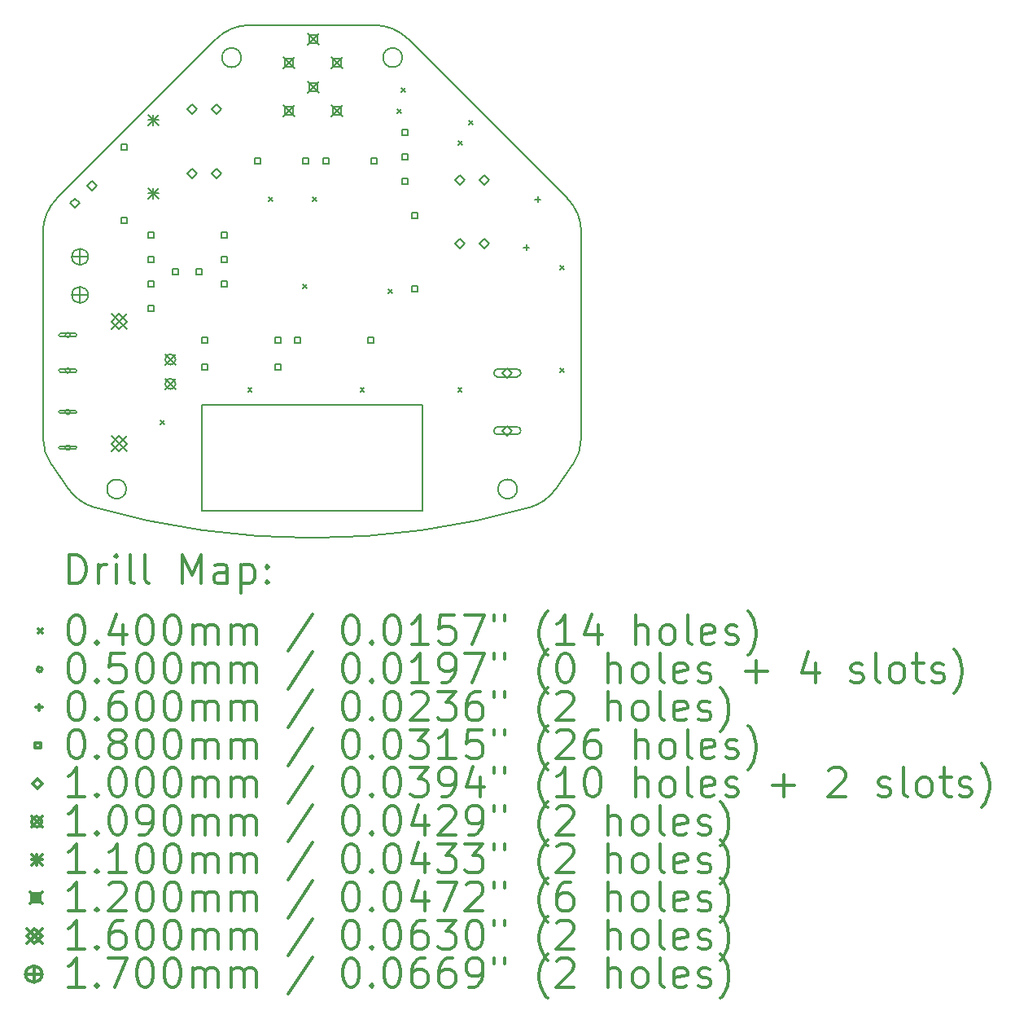
<source format=gbr>
%FSLAX45Y45*%
G04 Gerber Fmt 4.5, Leading zero omitted, Abs format (unit mm)*
G04 Created by KiCad (PCBNEW (5.1.10)-1) date 2022-02-14 20:25:47*
%MOMM*%
%LPD*%
G01*
G04 APERTURE LIST*
%TA.AperFunction,Profile*%
%ADD10C,0.150000*%
%TD*%
%TA.AperFunction,Profile*%
%ADD11C,0.200000*%
%TD*%
%ADD12C,0.200000*%
%ADD13C,0.300000*%
G04 APERTURE END LIST*
D10*
X15861687Y-7517693D02*
G75*
G03*
X15861687Y-7517693I-100000J0D01*
G01*
X14186110Y-7517693D02*
G75*
G03*
X14186110Y-7517693I-100000J0D01*
G01*
X17057297Y-12001500D02*
G75*
G03*
X17057297Y-12001500I-100000J0D01*
G01*
X12990500Y-12001500D02*
G75*
G03*
X12990500Y-12001500I-100000J0D01*
G01*
D11*
X15570345Y-7179633D02*
G75*
G02*
X15923899Y-7326080I0J-500000D01*
G01*
X14277452Y-7179633D02*
X15570345Y-7179633D01*
X12661020Y-12192824D02*
G75*
G02*
X12390500Y-12001500I137144J480824D01*
G01*
X17577452Y-8979633D02*
G75*
G02*
X17723899Y-9333187I-353553J-353553D01*
G01*
X12123899Y-9333187D02*
G75*
G02*
X12270345Y-8979633I500000J0D01*
G01*
X17186777Y-12192825D02*
G75*
G02*
X12661020Y-12192825I-2262879J7933592D01*
G01*
X17723899Y-11466605D02*
G75*
G02*
X17631563Y-11756104I-500000J0D01*
G01*
X16073899Y-11126666D02*
X13773899Y-11126666D01*
X12390500Y-12001500D02*
X12216234Y-11756104D01*
X13773899Y-12226666D02*
X16073899Y-12226666D01*
X12270345Y-8979633D02*
X13923899Y-7326080D01*
X13923899Y-7326080D02*
G75*
G02*
X14277452Y-7179633I353553J-353553D01*
G01*
X15923899Y-7326080D02*
X17577452Y-8979633D01*
X17631563Y-11756104D02*
X17457297Y-12001500D01*
X17723899Y-9333187D02*
X17723899Y-11466605D01*
X16073899Y-12226666D02*
X16073899Y-11126666D01*
X12123899Y-11466605D02*
X12123899Y-9333187D01*
X12216234Y-11756104D02*
G75*
G02*
X12123899Y-11466605I407664J289499D01*
G01*
X17457297Y-12001500D02*
G75*
G02*
X17186777Y-12192825I-407664J289499D01*
G01*
X13773899Y-11126666D02*
X13773899Y-12226666D01*
D12*
X13349380Y-11291980D02*
X13389380Y-11331980D01*
X13389380Y-11291980D02*
X13349380Y-11331980D01*
X14255935Y-10951665D02*
X14295935Y-10991665D01*
X14295935Y-10951665D02*
X14255935Y-10991665D01*
X14474000Y-8969100D02*
X14514000Y-9009100D01*
X14514000Y-8969100D02*
X14474000Y-9009100D01*
X14826300Y-9873300D02*
X14866300Y-9913300D01*
X14866300Y-9873300D02*
X14826300Y-9913300D01*
X14932000Y-8969100D02*
X14972000Y-9009100D01*
X14972000Y-8969100D02*
X14932000Y-9009100D01*
X15424335Y-10951665D02*
X15464335Y-10991665D01*
X15464335Y-10951665D02*
X15424335Y-10991665D01*
X15715300Y-9924100D02*
X15755300Y-9964100D01*
X15755300Y-9924100D02*
X15715300Y-9964100D01*
X15808200Y-8053200D02*
X15848200Y-8093200D01*
X15848200Y-8053200D02*
X15808200Y-8093200D01*
X15850401Y-7833199D02*
X15890401Y-7873199D01*
X15890401Y-7833199D02*
X15850401Y-7873199D01*
X16440335Y-10951665D02*
X16480335Y-10991665D01*
X16480335Y-10951665D02*
X16440335Y-10991665D01*
X16443200Y-8387400D02*
X16483200Y-8427400D01*
X16483200Y-8387400D02*
X16443200Y-8427400D01*
X16553500Y-8171500D02*
X16593500Y-8211500D01*
X16593500Y-8171500D02*
X16553500Y-8211500D01*
X17506000Y-9682800D02*
X17546000Y-9722800D01*
X17546000Y-9682800D02*
X17506000Y-9722800D01*
X17506000Y-10749600D02*
X17546000Y-10789600D01*
X17546000Y-10749600D02*
X17506000Y-10789600D01*
X12407500Y-10400500D02*
G75*
G03*
X12407500Y-10400500I-25000J0D01*
G01*
X12302500Y-10415500D02*
X12462500Y-10415500D01*
X12302500Y-10385500D02*
X12462500Y-10385500D01*
X12462500Y-10415500D02*
G75*
G03*
X12462500Y-10385500I0J15000D01*
G01*
X12302500Y-10385500D02*
G75*
G03*
X12302500Y-10415500I0J-15000D01*
G01*
X12407500Y-10770500D02*
G75*
G03*
X12407500Y-10770500I-25000J0D01*
G01*
X12302500Y-10785500D02*
X12462500Y-10785500D01*
X12302500Y-10755500D02*
X12462500Y-10755500D01*
X12462500Y-10785500D02*
G75*
G03*
X12462500Y-10755500I0J15000D01*
G01*
X12302500Y-10755500D02*
G75*
G03*
X12302500Y-10785500I0J-15000D01*
G01*
X12407500Y-11200500D02*
G75*
G03*
X12407500Y-11200500I-25000J0D01*
G01*
X12302500Y-11215500D02*
X12462500Y-11215500D01*
X12302500Y-11185500D02*
X12462500Y-11185500D01*
X12462500Y-11215500D02*
G75*
G03*
X12462500Y-11185500I0J15000D01*
G01*
X12302500Y-11185500D02*
G75*
G03*
X12302500Y-11215500I0J-15000D01*
G01*
X12407500Y-11570500D02*
G75*
G03*
X12407500Y-11570500I-25000J0D01*
G01*
X12302500Y-11585500D02*
X12462500Y-11585500D01*
X12302500Y-11555500D02*
X12462500Y-11555500D01*
X12462500Y-11585500D02*
G75*
G03*
X12462500Y-11555500I0J15000D01*
G01*
X12302500Y-11555500D02*
G75*
G03*
X12302500Y-11585500I0J-15000D01*
G01*
X17152000Y-9461600D02*
X17152000Y-9521600D01*
X17122000Y-9491600D02*
X17182000Y-9491600D01*
X17272000Y-8961600D02*
X17272000Y-9021600D01*
X17242000Y-8991600D02*
X17302000Y-8991600D01*
X12994984Y-8473785D02*
X12994984Y-8417216D01*
X12938415Y-8417216D01*
X12938415Y-8473785D01*
X12994984Y-8473785D01*
X12994984Y-9235785D02*
X12994984Y-9179216D01*
X12938415Y-9179216D01*
X12938415Y-9235785D01*
X12994984Y-9235785D01*
X13274384Y-9388185D02*
X13274384Y-9331616D01*
X13217815Y-9331616D01*
X13217815Y-9388185D01*
X13274384Y-9388185D01*
X13274384Y-9642185D02*
X13274384Y-9585616D01*
X13217815Y-9585616D01*
X13217815Y-9642185D01*
X13274384Y-9642185D01*
X13274384Y-9896185D02*
X13274384Y-9839616D01*
X13217815Y-9839616D01*
X13217815Y-9896185D01*
X13274384Y-9896185D01*
X13274384Y-10150185D02*
X13274384Y-10093616D01*
X13217815Y-10093616D01*
X13217815Y-10150185D01*
X13274384Y-10150185D01*
X13528384Y-9769185D02*
X13528384Y-9712616D01*
X13471815Y-9712616D01*
X13471815Y-9769185D01*
X13528384Y-9769185D01*
X13778384Y-9769185D02*
X13778384Y-9712616D01*
X13721815Y-9712616D01*
X13721815Y-9769185D01*
X13778384Y-9769185D01*
X13833184Y-10480385D02*
X13833184Y-10423816D01*
X13776615Y-10423816D01*
X13776615Y-10480385D01*
X13833184Y-10480385D01*
X13833184Y-10759785D02*
X13833184Y-10703216D01*
X13776615Y-10703216D01*
X13776615Y-10759785D01*
X13833184Y-10759785D01*
X14036384Y-9388185D02*
X14036384Y-9331616D01*
X13979815Y-9331616D01*
X13979815Y-9388185D01*
X14036384Y-9388185D01*
X14036384Y-9642185D02*
X14036384Y-9585616D01*
X13979815Y-9585616D01*
X13979815Y-9642185D01*
X14036384Y-9642185D01*
X14036384Y-9896185D02*
X14036384Y-9839616D01*
X13979815Y-9839616D01*
X13979815Y-9896185D01*
X14036384Y-9896185D01*
X14387384Y-8619185D02*
X14387384Y-8562616D01*
X14330815Y-8562616D01*
X14330815Y-8619185D01*
X14387384Y-8619185D01*
X14595184Y-10480385D02*
X14595184Y-10423816D01*
X14538615Y-10423816D01*
X14538615Y-10480385D01*
X14595184Y-10480385D01*
X14595184Y-10759785D02*
X14595184Y-10703216D01*
X14538615Y-10703216D01*
X14538615Y-10759785D01*
X14595184Y-10759785D01*
X14798384Y-10480385D02*
X14798384Y-10423816D01*
X14741815Y-10423816D01*
X14741815Y-10480385D01*
X14798384Y-10480385D01*
X14887384Y-8619185D02*
X14887384Y-8562616D01*
X14830815Y-8562616D01*
X14830815Y-8619185D01*
X14887384Y-8619185D01*
X15098584Y-8619185D02*
X15098584Y-8562616D01*
X15042015Y-8562616D01*
X15042015Y-8619185D01*
X15098584Y-8619185D01*
X15560384Y-10480385D02*
X15560384Y-10423816D01*
X15503815Y-10423816D01*
X15503815Y-10480385D01*
X15560384Y-10480385D01*
X15598584Y-8619185D02*
X15598584Y-8562616D01*
X15542015Y-8562616D01*
X15542015Y-8619185D01*
X15598584Y-8619185D01*
X15915984Y-8321384D02*
X15915984Y-8264815D01*
X15859415Y-8264815D01*
X15859415Y-8321384D01*
X15915984Y-8321384D01*
X15915984Y-8575385D02*
X15915984Y-8518816D01*
X15859415Y-8518816D01*
X15859415Y-8575385D01*
X15915984Y-8575385D01*
X15915984Y-8829385D02*
X15915984Y-8772816D01*
X15859415Y-8772816D01*
X15859415Y-8829385D01*
X15915984Y-8829385D01*
X16017584Y-9184985D02*
X16017584Y-9128416D01*
X15961015Y-9128416D01*
X15961015Y-9184985D01*
X16017584Y-9184985D01*
X16017584Y-9946985D02*
X16017584Y-9890416D01*
X15961015Y-9890416D01*
X15961015Y-9946985D01*
X16017584Y-9946985D01*
X12456895Y-9081505D02*
X12506895Y-9031505D01*
X12456895Y-8981505D01*
X12406895Y-9031505D01*
X12456895Y-9081505D01*
X12636500Y-8901900D02*
X12686500Y-8851900D01*
X12636500Y-8801900D01*
X12586500Y-8851900D01*
X12636500Y-8901900D01*
X13677900Y-8101800D02*
X13727900Y-8051800D01*
X13677900Y-8001800D01*
X13627900Y-8051800D01*
X13677900Y-8101800D01*
X13677900Y-8774900D02*
X13727900Y-8724900D01*
X13677900Y-8674900D01*
X13627900Y-8724900D01*
X13677900Y-8774900D01*
X13927900Y-8101800D02*
X13977900Y-8051800D01*
X13927900Y-8001800D01*
X13877900Y-8051800D01*
X13927900Y-8101800D01*
X13927900Y-8774900D02*
X13977900Y-8724900D01*
X13927900Y-8674900D01*
X13877900Y-8724900D01*
X13927900Y-8774900D01*
X16463200Y-8838400D02*
X16513200Y-8788400D01*
X16463200Y-8738400D01*
X16413200Y-8788400D01*
X16463200Y-8838400D01*
X16463200Y-9498800D02*
X16513200Y-9448800D01*
X16463200Y-9398800D01*
X16413200Y-9448800D01*
X16463200Y-9498800D01*
X16713200Y-8838400D02*
X16763200Y-8788400D01*
X16713200Y-8738400D01*
X16663200Y-8788400D01*
X16713200Y-8838400D01*
X16713200Y-9498800D02*
X16763200Y-9448800D01*
X16713200Y-9398800D01*
X16663200Y-9448800D01*
X16713200Y-9498800D01*
X16954500Y-10845000D02*
X17004500Y-10795000D01*
X16954500Y-10745000D01*
X16904500Y-10795000D01*
X16954500Y-10845000D01*
X17054500Y-10755000D02*
X16854500Y-10755000D01*
X17054500Y-10835000D02*
X16854500Y-10835000D01*
X16854500Y-10755000D02*
G75*
G03*
X16854500Y-10835000I0J-40000D01*
G01*
X17054500Y-10835000D02*
G75*
G03*
X17054500Y-10755000I0J40000D01*
G01*
X16954500Y-11445000D02*
X17004500Y-11395000D01*
X16954500Y-11345000D01*
X16904500Y-11395000D01*
X16954500Y-11445000D01*
X17054500Y-11355000D02*
X16854500Y-11355000D01*
X17054500Y-11435000D02*
X16854500Y-11435000D01*
X16854500Y-11355000D02*
G75*
G03*
X16854500Y-11435000I0J-40000D01*
G01*
X17054500Y-11435000D02*
G75*
G03*
X17054500Y-11355000I0J40000D01*
G01*
X13394800Y-10600800D02*
X13503800Y-10709800D01*
X13503800Y-10600800D02*
X13394800Y-10709800D01*
X13503800Y-10655300D02*
G75*
G03*
X13503800Y-10655300I-54500J0D01*
G01*
X13394800Y-10854800D02*
X13503800Y-10963800D01*
X13503800Y-10854800D02*
X13394800Y-10963800D01*
X13503800Y-10909300D02*
G75*
G03*
X13503800Y-10909300I-54500J0D01*
G01*
X13216500Y-8111100D02*
X13326500Y-8221100D01*
X13326500Y-8111100D02*
X13216500Y-8221100D01*
X13271500Y-8111100D02*
X13271500Y-8221100D01*
X13216500Y-8166100D02*
X13326500Y-8166100D01*
X13216500Y-8873100D02*
X13326500Y-8983100D01*
X13326500Y-8873100D02*
X13216500Y-8983100D01*
X13271500Y-8873100D02*
X13271500Y-8983100D01*
X13216500Y-8928100D02*
X13326500Y-8928100D01*
X14625200Y-7513200D02*
X14745200Y-7633200D01*
X14745200Y-7513200D02*
X14625200Y-7633200D01*
X14727627Y-7615627D02*
X14727627Y-7530773D01*
X14642773Y-7530773D01*
X14642773Y-7615627D01*
X14727627Y-7615627D01*
X14625200Y-8013200D02*
X14745200Y-8133200D01*
X14745200Y-8013200D02*
X14625200Y-8133200D01*
X14727627Y-8115627D02*
X14727627Y-8030773D01*
X14642773Y-8030773D01*
X14642773Y-8115627D01*
X14727627Y-8115627D01*
X14875200Y-7263200D02*
X14995200Y-7383200D01*
X14995200Y-7263200D02*
X14875200Y-7383200D01*
X14977627Y-7365627D02*
X14977627Y-7280773D01*
X14892773Y-7280773D01*
X14892773Y-7365627D01*
X14977627Y-7365627D01*
X14875200Y-7763200D02*
X14995200Y-7883200D01*
X14995200Y-7763200D02*
X14875200Y-7883200D01*
X14977627Y-7865627D02*
X14977627Y-7780773D01*
X14892773Y-7780773D01*
X14892773Y-7865627D01*
X14977627Y-7865627D01*
X15125200Y-7513200D02*
X15245200Y-7633200D01*
X15245200Y-7513200D02*
X15125200Y-7633200D01*
X15227627Y-7615627D02*
X15227627Y-7530773D01*
X15142773Y-7530773D01*
X15142773Y-7615627D01*
X15227627Y-7615627D01*
X15125200Y-8013200D02*
X15245200Y-8133200D01*
X15245200Y-8013200D02*
X15125200Y-8133200D01*
X15227627Y-8115627D02*
X15227627Y-8030773D01*
X15142773Y-8030773D01*
X15142773Y-8115627D01*
X15227627Y-8115627D01*
X12835900Y-10181600D02*
X12995900Y-10341600D01*
X12995900Y-10181600D02*
X12835900Y-10341600D01*
X12915900Y-10341600D02*
X12995900Y-10261600D01*
X12915900Y-10181600D01*
X12835900Y-10261600D01*
X12915900Y-10341600D01*
X12835900Y-11451600D02*
X12995900Y-11611600D01*
X12995900Y-11451600D02*
X12835900Y-11611600D01*
X12915900Y-11611600D02*
X12995900Y-11531600D01*
X12915900Y-11451600D01*
X12835900Y-11531600D01*
X12915900Y-11611600D01*
X12509500Y-9503500D02*
X12509500Y-9673500D01*
X12424500Y-9588500D02*
X12594500Y-9588500D01*
X12594500Y-9588500D02*
G75*
G03*
X12594500Y-9588500I-85000J0D01*
G01*
X12509500Y-9899500D02*
X12509500Y-10069500D01*
X12424500Y-9984500D02*
X12594500Y-9984500D01*
X12594500Y-9984500D02*
G75*
G03*
X12594500Y-9984500I-85000J0D01*
G01*
D13*
X12400327Y-12984947D02*
X12400327Y-12684947D01*
X12471756Y-12684947D01*
X12514613Y-12699233D01*
X12543184Y-12727804D01*
X12557470Y-12756376D01*
X12571756Y-12813518D01*
X12571756Y-12856376D01*
X12557470Y-12913518D01*
X12543184Y-12942090D01*
X12514613Y-12970661D01*
X12471756Y-12984947D01*
X12400327Y-12984947D01*
X12700327Y-12984947D02*
X12700327Y-12784947D01*
X12700327Y-12842090D02*
X12714613Y-12813518D01*
X12728899Y-12799233D01*
X12757470Y-12784947D01*
X12786041Y-12784947D01*
X12886041Y-12984947D02*
X12886041Y-12784947D01*
X12886041Y-12684947D02*
X12871756Y-12699233D01*
X12886041Y-12713518D01*
X12900327Y-12699233D01*
X12886041Y-12684947D01*
X12886041Y-12713518D01*
X13071756Y-12984947D02*
X13043184Y-12970661D01*
X13028899Y-12942090D01*
X13028899Y-12684947D01*
X13228899Y-12984947D02*
X13200327Y-12970661D01*
X13186041Y-12942090D01*
X13186041Y-12684947D01*
X13571756Y-12984947D02*
X13571756Y-12684947D01*
X13671756Y-12899233D01*
X13771756Y-12684947D01*
X13771756Y-12984947D01*
X14043184Y-12984947D02*
X14043184Y-12827804D01*
X14028899Y-12799233D01*
X14000327Y-12784947D01*
X13943184Y-12784947D01*
X13914613Y-12799233D01*
X14043184Y-12970661D02*
X14014613Y-12984947D01*
X13943184Y-12984947D01*
X13914613Y-12970661D01*
X13900327Y-12942090D01*
X13900327Y-12913518D01*
X13914613Y-12884947D01*
X13943184Y-12870661D01*
X14014613Y-12870661D01*
X14043184Y-12856376D01*
X14186041Y-12784947D02*
X14186041Y-13084947D01*
X14186041Y-12799233D02*
X14214613Y-12784947D01*
X14271756Y-12784947D01*
X14300327Y-12799233D01*
X14314613Y-12813518D01*
X14328899Y-12842090D01*
X14328899Y-12927804D01*
X14314613Y-12956376D01*
X14300327Y-12970661D01*
X14271756Y-12984947D01*
X14214613Y-12984947D01*
X14186041Y-12970661D01*
X14457470Y-12956376D02*
X14471756Y-12970661D01*
X14457470Y-12984947D01*
X14443184Y-12970661D01*
X14457470Y-12956376D01*
X14457470Y-12984947D01*
X14457470Y-12799233D02*
X14471756Y-12813518D01*
X14457470Y-12827804D01*
X14443184Y-12813518D01*
X14457470Y-12799233D01*
X14457470Y-12827804D01*
X12073899Y-13459233D02*
X12113899Y-13499233D01*
X12113899Y-13459233D02*
X12073899Y-13499233D01*
X12457470Y-13314947D02*
X12486041Y-13314947D01*
X12514613Y-13329233D01*
X12528899Y-13343518D01*
X12543184Y-13372090D01*
X12557470Y-13429233D01*
X12557470Y-13500661D01*
X12543184Y-13557804D01*
X12528899Y-13586376D01*
X12514613Y-13600661D01*
X12486041Y-13614947D01*
X12457470Y-13614947D01*
X12428899Y-13600661D01*
X12414613Y-13586376D01*
X12400327Y-13557804D01*
X12386041Y-13500661D01*
X12386041Y-13429233D01*
X12400327Y-13372090D01*
X12414613Y-13343518D01*
X12428899Y-13329233D01*
X12457470Y-13314947D01*
X12686041Y-13586376D02*
X12700327Y-13600661D01*
X12686041Y-13614947D01*
X12671756Y-13600661D01*
X12686041Y-13586376D01*
X12686041Y-13614947D01*
X12957470Y-13414947D02*
X12957470Y-13614947D01*
X12886041Y-13300661D02*
X12814613Y-13514947D01*
X13000327Y-13514947D01*
X13171756Y-13314947D02*
X13200327Y-13314947D01*
X13228899Y-13329233D01*
X13243184Y-13343518D01*
X13257470Y-13372090D01*
X13271756Y-13429233D01*
X13271756Y-13500661D01*
X13257470Y-13557804D01*
X13243184Y-13586376D01*
X13228899Y-13600661D01*
X13200327Y-13614947D01*
X13171756Y-13614947D01*
X13143184Y-13600661D01*
X13128899Y-13586376D01*
X13114613Y-13557804D01*
X13100327Y-13500661D01*
X13100327Y-13429233D01*
X13114613Y-13372090D01*
X13128899Y-13343518D01*
X13143184Y-13329233D01*
X13171756Y-13314947D01*
X13457470Y-13314947D02*
X13486041Y-13314947D01*
X13514613Y-13329233D01*
X13528899Y-13343518D01*
X13543184Y-13372090D01*
X13557470Y-13429233D01*
X13557470Y-13500661D01*
X13543184Y-13557804D01*
X13528899Y-13586376D01*
X13514613Y-13600661D01*
X13486041Y-13614947D01*
X13457470Y-13614947D01*
X13428899Y-13600661D01*
X13414613Y-13586376D01*
X13400327Y-13557804D01*
X13386041Y-13500661D01*
X13386041Y-13429233D01*
X13400327Y-13372090D01*
X13414613Y-13343518D01*
X13428899Y-13329233D01*
X13457470Y-13314947D01*
X13686041Y-13614947D02*
X13686041Y-13414947D01*
X13686041Y-13443518D02*
X13700327Y-13429233D01*
X13728899Y-13414947D01*
X13771756Y-13414947D01*
X13800327Y-13429233D01*
X13814613Y-13457804D01*
X13814613Y-13614947D01*
X13814613Y-13457804D02*
X13828899Y-13429233D01*
X13857470Y-13414947D01*
X13900327Y-13414947D01*
X13928899Y-13429233D01*
X13943184Y-13457804D01*
X13943184Y-13614947D01*
X14086041Y-13614947D02*
X14086041Y-13414947D01*
X14086041Y-13443518D02*
X14100327Y-13429233D01*
X14128899Y-13414947D01*
X14171756Y-13414947D01*
X14200327Y-13429233D01*
X14214613Y-13457804D01*
X14214613Y-13614947D01*
X14214613Y-13457804D02*
X14228899Y-13429233D01*
X14257470Y-13414947D01*
X14300327Y-13414947D01*
X14328899Y-13429233D01*
X14343184Y-13457804D01*
X14343184Y-13614947D01*
X14928899Y-13300661D02*
X14671756Y-13686376D01*
X15314613Y-13314947D02*
X15343184Y-13314947D01*
X15371756Y-13329233D01*
X15386041Y-13343518D01*
X15400327Y-13372090D01*
X15414613Y-13429233D01*
X15414613Y-13500661D01*
X15400327Y-13557804D01*
X15386041Y-13586376D01*
X15371756Y-13600661D01*
X15343184Y-13614947D01*
X15314613Y-13614947D01*
X15286041Y-13600661D01*
X15271756Y-13586376D01*
X15257470Y-13557804D01*
X15243184Y-13500661D01*
X15243184Y-13429233D01*
X15257470Y-13372090D01*
X15271756Y-13343518D01*
X15286041Y-13329233D01*
X15314613Y-13314947D01*
X15543184Y-13586376D02*
X15557470Y-13600661D01*
X15543184Y-13614947D01*
X15528899Y-13600661D01*
X15543184Y-13586376D01*
X15543184Y-13614947D01*
X15743184Y-13314947D02*
X15771756Y-13314947D01*
X15800327Y-13329233D01*
X15814613Y-13343518D01*
X15828899Y-13372090D01*
X15843184Y-13429233D01*
X15843184Y-13500661D01*
X15828899Y-13557804D01*
X15814613Y-13586376D01*
X15800327Y-13600661D01*
X15771756Y-13614947D01*
X15743184Y-13614947D01*
X15714613Y-13600661D01*
X15700327Y-13586376D01*
X15686041Y-13557804D01*
X15671756Y-13500661D01*
X15671756Y-13429233D01*
X15686041Y-13372090D01*
X15700327Y-13343518D01*
X15714613Y-13329233D01*
X15743184Y-13314947D01*
X16128899Y-13614947D02*
X15957470Y-13614947D01*
X16043184Y-13614947D02*
X16043184Y-13314947D01*
X16014613Y-13357804D01*
X15986041Y-13386376D01*
X15957470Y-13400661D01*
X16400327Y-13314947D02*
X16257470Y-13314947D01*
X16243184Y-13457804D01*
X16257470Y-13443518D01*
X16286041Y-13429233D01*
X16357470Y-13429233D01*
X16386041Y-13443518D01*
X16400327Y-13457804D01*
X16414613Y-13486376D01*
X16414613Y-13557804D01*
X16400327Y-13586376D01*
X16386041Y-13600661D01*
X16357470Y-13614947D01*
X16286041Y-13614947D01*
X16257470Y-13600661D01*
X16243184Y-13586376D01*
X16514613Y-13314947D02*
X16714613Y-13314947D01*
X16586041Y-13614947D01*
X16814613Y-13314947D02*
X16814613Y-13372090D01*
X16928899Y-13314947D02*
X16928899Y-13372090D01*
X17371756Y-13729233D02*
X17357470Y-13714947D01*
X17328899Y-13672090D01*
X17314613Y-13643518D01*
X17300327Y-13600661D01*
X17286042Y-13529233D01*
X17286042Y-13472090D01*
X17300327Y-13400661D01*
X17314613Y-13357804D01*
X17328899Y-13329233D01*
X17357470Y-13286376D01*
X17371756Y-13272090D01*
X17643184Y-13614947D02*
X17471756Y-13614947D01*
X17557470Y-13614947D02*
X17557470Y-13314947D01*
X17528899Y-13357804D01*
X17500327Y-13386376D01*
X17471756Y-13400661D01*
X17900327Y-13414947D02*
X17900327Y-13614947D01*
X17828899Y-13300661D02*
X17757470Y-13514947D01*
X17943184Y-13514947D01*
X18286042Y-13614947D02*
X18286042Y-13314947D01*
X18414613Y-13614947D02*
X18414613Y-13457804D01*
X18400327Y-13429233D01*
X18371756Y-13414947D01*
X18328899Y-13414947D01*
X18300327Y-13429233D01*
X18286042Y-13443518D01*
X18600327Y-13614947D02*
X18571756Y-13600661D01*
X18557470Y-13586376D01*
X18543184Y-13557804D01*
X18543184Y-13472090D01*
X18557470Y-13443518D01*
X18571756Y-13429233D01*
X18600327Y-13414947D01*
X18643184Y-13414947D01*
X18671756Y-13429233D01*
X18686042Y-13443518D01*
X18700327Y-13472090D01*
X18700327Y-13557804D01*
X18686042Y-13586376D01*
X18671756Y-13600661D01*
X18643184Y-13614947D01*
X18600327Y-13614947D01*
X18871756Y-13614947D02*
X18843184Y-13600661D01*
X18828899Y-13572090D01*
X18828899Y-13314947D01*
X19100327Y-13600661D02*
X19071756Y-13614947D01*
X19014613Y-13614947D01*
X18986042Y-13600661D01*
X18971756Y-13572090D01*
X18971756Y-13457804D01*
X18986042Y-13429233D01*
X19014613Y-13414947D01*
X19071756Y-13414947D01*
X19100327Y-13429233D01*
X19114613Y-13457804D01*
X19114613Y-13486376D01*
X18971756Y-13514947D01*
X19228899Y-13600661D02*
X19257470Y-13614947D01*
X19314613Y-13614947D01*
X19343184Y-13600661D01*
X19357470Y-13572090D01*
X19357470Y-13557804D01*
X19343184Y-13529233D01*
X19314613Y-13514947D01*
X19271756Y-13514947D01*
X19243184Y-13500661D01*
X19228899Y-13472090D01*
X19228899Y-13457804D01*
X19243184Y-13429233D01*
X19271756Y-13414947D01*
X19314613Y-13414947D01*
X19343184Y-13429233D01*
X19457470Y-13729233D02*
X19471756Y-13714947D01*
X19500327Y-13672090D01*
X19514613Y-13643518D01*
X19528899Y-13600661D01*
X19543184Y-13529233D01*
X19543184Y-13472090D01*
X19528899Y-13400661D01*
X19514613Y-13357804D01*
X19500327Y-13329233D01*
X19471756Y-13286376D01*
X19457470Y-13272090D01*
X12113899Y-13875233D02*
G75*
G03*
X12113899Y-13875233I-25000J0D01*
G01*
X12457470Y-13710947D02*
X12486041Y-13710947D01*
X12514613Y-13725233D01*
X12528899Y-13739518D01*
X12543184Y-13768090D01*
X12557470Y-13825233D01*
X12557470Y-13896661D01*
X12543184Y-13953804D01*
X12528899Y-13982376D01*
X12514613Y-13996661D01*
X12486041Y-14010947D01*
X12457470Y-14010947D01*
X12428899Y-13996661D01*
X12414613Y-13982376D01*
X12400327Y-13953804D01*
X12386041Y-13896661D01*
X12386041Y-13825233D01*
X12400327Y-13768090D01*
X12414613Y-13739518D01*
X12428899Y-13725233D01*
X12457470Y-13710947D01*
X12686041Y-13982376D02*
X12700327Y-13996661D01*
X12686041Y-14010947D01*
X12671756Y-13996661D01*
X12686041Y-13982376D01*
X12686041Y-14010947D01*
X12971756Y-13710947D02*
X12828899Y-13710947D01*
X12814613Y-13853804D01*
X12828899Y-13839518D01*
X12857470Y-13825233D01*
X12928899Y-13825233D01*
X12957470Y-13839518D01*
X12971756Y-13853804D01*
X12986041Y-13882376D01*
X12986041Y-13953804D01*
X12971756Y-13982376D01*
X12957470Y-13996661D01*
X12928899Y-14010947D01*
X12857470Y-14010947D01*
X12828899Y-13996661D01*
X12814613Y-13982376D01*
X13171756Y-13710947D02*
X13200327Y-13710947D01*
X13228899Y-13725233D01*
X13243184Y-13739518D01*
X13257470Y-13768090D01*
X13271756Y-13825233D01*
X13271756Y-13896661D01*
X13257470Y-13953804D01*
X13243184Y-13982376D01*
X13228899Y-13996661D01*
X13200327Y-14010947D01*
X13171756Y-14010947D01*
X13143184Y-13996661D01*
X13128899Y-13982376D01*
X13114613Y-13953804D01*
X13100327Y-13896661D01*
X13100327Y-13825233D01*
X13114613Y-13768090D01*
X13128899Y-13739518D01*
X13143184Y-13725233D01*
X13171756Y-13710947D01*
X13457470Y-13710947D02*
X13486041Y-13710947D01*
X13514613Y-13725233D01*
X13528899Y-13739518D01*
X13543184Y-13768090D01*
X13557470Y-13825233D01*
X13557470Y-13896661D01*
X13543184Y-13953804D01*
X13528899Y-13982376D01*
X13514613Y-13996661D01*
X13486041Y-14010947D01*
X13457470Y-14010947D01*
X13428899Y-13996661D01*
X13414613Y-13982376D01*
X13400327Y-13953804D01*
X13386041Y-13896661D01*
X13386041Y-13825233D01*
X13400327Y-13768090D01*
X13414613Y-13739518D01*
X13428899Y-13725233D01*
X13457470Y-13710947D01*
X13686041Y-14010947D02*
X13686041Y-13810947D01*
X13686041Y-13839518D02*
X13700327Y-13825233D01*
X13728899Y-13810947D01*
X13771756Y-13810947D01*
X13800327Y-13825233D01*
X13814613Y-13853804D01*
X13814613Y-14010947D01*
X13814613Y-13853804D02*
X13828899Y-13825233D01*
X13857470Y-13810947D01*
X13900327Y-13810947D01*
X13928899Y-13825233D01*
X13943184Y-13853804D01*
X13943184Y-14010947D01*
X14086041Y-14010947D02*
X14086041Y-13810947D01*
X14086041Y-13839518D02*
X14100327Y-13825233D01*
X14128899Y-13810947D01*
X14171756Y-13810947D01*
X14200327Y-13825233D01*
X14214613Y-13853804D01*
X14214613Y-14010947D01*
X14214613Y-13853804D02*
X14228899Y-13825233D01*
X14257470Y-13810947D01*
X14300327Y-13810947D01*
X14328899Y-13825233D01*
X14343184Y-13853804D01*
X14343184Y-14010947D01*
X14928899Y-13696661D02*
X14671756Y-14082376D01*
X15314613Y-13710947D02*
X15343184Y-13710947D01*
X15371756Y-13725233D01*
X15386041Y-13739518D01*
X15400327Y-13768090D01*
X15414613Y-13825233D01*
X15414613Y-13896661D01*
X15400327Y-13953804D01*
X15386041Y-13982376D01*
X15371756Y-13996661D01*
X15343184Y-14010947D01*
X15314613Y-14010947D01*
X15286041Y-13996661D01*
X15271756Y-13982376D01*
X15257470Y-13953804D01*
X15243184Y-13896661D01*
X15243184Y-13825233D01*
X15257470Y-13768090D01*
X15271756Y-13739518D01*
X15286041Y-13725233D01*
X15314613Y-13710947D01*
X15543184Y-13982376D02*
X15557470Y-13996661D01*
X15543184Y-14010947D01*
X15528899Y-13996661D01*
X15543184Y-13982376D01*
X15543184Y-14010947D01*
X15743184Y-13710947D02*
X15771756Y-13710947D01*
X15800327Y-13725233D01*
X15814613Y-13739518D01*
X15828899Y-13768090D01*
X15843184Y-13825233D01*
X15843184Y-13896661D01*
X15828899Y-13953804D01*
X15814613Y-13982376D01*
X15800327Y-13996661D01*
X15771756Y-14010947D01*
X15743184Y-14010947D01*
X15714613Y-13996661D01*
X15700327Y-13982376D01*
X15686041Y-13953804D01*
X15671756Y-13896661D01*
X15671756Y-13825233D01*
X15686041Y-13768090D01*
X15700327Y-13739518D01*
X15714613Y-13725233D01*
X15743184Y-13710947D01*
X16128899Y-14010947D02*
X15957470Y-14010947D01*
X16043184Y-14010947D02*
X16043184Y-13710947D01*
X16014613Y-13753804D01*
X15986041Y-13782376D01*
X15957470Y-13796661D01*
X16271756Y-14010947D02*
X16328899Y-14010947D01*
X16357470Y-13996661D01*
X16371756Y-13982376D01*
X16400327Y-13939518D01*
X16414613Y-13882376D01*
X16414613Y-13768090D01*
X16400327Y-13739518D01*
X16386041Y-13725233D01*
X16357470Y-13710947D01*
X16300327Y-13710947D01*
X16271756Y-13725233D01*
X16257470Y-13739518D01*
X16243184Y-13768090D01*
X16243184Y-13839518D01*
X16257470Y-13868090D01*
X16271756Y-13882376D01*
X16300327Y-13896661D01*
X16357470Y-13896661D01*
X16386041Y-13882376D01*
X16400327Y-13868090D01*
X16414613Y-13839518D01*
X16514613Y-13710947D02*
X16714613Y-13710947D01*
X16586041Y-14010947D01*
X16814613Y-13710947D02*
X16814613Y-13768090D01*
X16928899Y-13710947D02*
X16928899Y-13768090D01*
X17371756Y-14125233D02*
X17357470Y-14110947D01*
X17328899Y-14068090D01*
X17314613Y-14039518D01*
X17300327Y-13996661D01*
X17286042Y-13925233D01*
X17286042Y-13868090D01*
X17300327Y-13796661D01*
X17314613Y-13753804D01*
X17328899Y-13725233D01*
X17357470Y-13682376D01*
X17371756Y-13668090D01*
X17543184Y-13710947D02*
X17571756Y-13710947D01*
X17600327Y-13725233D01*
X17614613Y-13739518D01*
X17628899Y-13768090D01*
X17643184Y-13825233D01*
X17643184Y-13896661D01*
X17628899Y-13953804D01*
X17614613Y-13982376D01*
X17600327Y-13996661D01*
X17571756Y-14010947D01*
X17543184Y-14010947D01*
X17514613Y-13996661D01*
X17500327Y-13982376D01*
X17486042Y-13953804D01*
X17471756Y-13896661D01*
X17471756Y-13825233D01*
X17486042Y-13768090D01*
X17500327Y-13739518D01*
X17514613Y-13725233D01*
X17543184Y-13710947D01*
X18000327Y-14010947D02*
X18000327Y-13710947D01*
X18128899Y-14010947D02*
X18128899Y-13853804D01*
X18114613Y-13825233D01*
X18086042Y-13810947D01*
X18043184Y-13810947D01*
X18014613Y-13825233D01*
X18000327Y-13839518D01*
X18314613Y-14010947D02*
X18286042Y-13996661D01*
X18271756Y-13982376D01*
X18257470Y-13953804D01*
X18257470Y-13868090D01*
X18271756Y-13839518D01*
X18286042Y-13825233D01*
X18314613Y-13810947D01*
X18357470Y-13810947D01*
X18386042Y-13825233D01*
X18400327Y-13839518D01*
X18414613Y-13868090D01*
X18414613Y-13953804D01*
X18400327Y-13982376D01*
X18386042Y-13996661D01*
X18357470Y-14010947D01*
X18314613Y-14010947D01*
X18586042Y-14010947D02*
X18557470Y-13996661D01*
X18543184Y-13968090D01*
X18543184Y-13710947D01*
X18814613Y-13996661D02*
X18786042Y-14010947D01*
X18728899Y-14010947D01*
X18700327Y-13996661D01*
X18686042Y-13968090D01*
X18686042Y-13853804D01*
X18700327Y-13825233D01*
X18728899Y-13810947D01*
X18786042Y-13810947D01*
X18814613Y-13825233D01*
X18828899Y-13853804D01*
X18828899Y-13882376D01*
X18686042Y-13910947D01*
X18943184Y-13996661D02*
X18971756Y-14010947D01*
X19028899Y-14010947D01*
X19057470Y-13996661D01*
X19071756Y-13968090D01*
X19071756Y-13953804D01*
X19057470Y-13925233D01*
X19028899Y-13910947D01*
X18986042Y-13910947D01*
X18957470Y-13896661D01*
X18943184Y-13868090D01*
X18943184Y-13853804D01*
X18957470Y-13825233D01*
X18986042Y-13810947D01*
X19028899Y-13810947D01*
X19057470Y-13825233D01*
X19428899Y-13896661D02*
X19657470Y-13896661D01*
X19543184Y-14010947D02*
X19543184Y-13782376D01*
X20157470Y-13810947D02*
X20157470Y-14010947D01*
X20086042Y-13696661D02*
X20014613Y-13910947D01*
X20200327Y-13910947D01*
X20528899Y-13996661D02*
X20557470Y-14010947D01*
X20614613Y-14010947D01*
X20643184Y-13996661D01*
X20657470Y-13968090D01*
X20657470Y-13953804D01*
X20643184Y-13925233D01*
X20614613Y-13910947D01*
X20571756Y-13910947D01*
X20543184Y-13896661D01*
X20528899Y-13868090D01*
X20528899Y-13853804D01*
X20543184Y-13825233D01*
X20571756Y-13810947D01*
X20614613Y-13810947D01*
X20643184Y-13825233D01*
X20828899Y-14010947D02*
X20800327Y-13996661D01*
X20786042Y-13968090D01*
X20786042Y-13710947D01*
X20986042Y-14010947D02*
X20957470Y-13996661D01*
X20943184Y-13982376D01*
X20928899Y-13953804D01*
X20928899Y-13868090D01*
X20943184Y-13839518D01*
X20957470Y-13825233D01*
X20986042Y-13810947D01*
X21028899Y-13810947D01*
X21057470Y-13825233D01*
X21071756Y-13839518D01*
X21086042Y-13868090D01*
X21086042Y-13953804D01*
X21071756Y-13982376D01*
X21057470Y-13996661D01*
X21028899Y-14010947D01*
X20986042Y-14010947D01*
X21171756Y-13810947D02*
X21286042Y-13810947D01*
X21214613Y-13710947D02*
X21214613Y-13968090D01*
X21228899Y-13996661D01*
X21257470Y-14010947D01*
X21286042Y-14010947D01*
X21371756Y-13996661D02*
X21400327Y-14010947D01*
X21457470Y-14010947D01*
X21486042Y-13996661D01*
X21500327Y-13968090D01*
X21500327Y-13953804D01*
X21486042Y-13925233D01*
X21457470Y-13910947D01*
X21414613Y-13910947D01*
X21386042Y-13896661D01*
X21371756Y-13868090D01*
X21371756Y-13853804D01*
X21386042Y-13825233D01*
X21414613Y-13810947D01*
X21457470Y-13810947D01*
X21486042Y-13825233D01*
X21600327Y-14125233D02*
X21614613Y-14110947D01*
X21643184Y-14068090D01*
X21657470Y-14039518D01*
X21671756Y-13996661D01*
X21686042Y-13925233D01*
X21686042Y-13868090D01*
X21671756Y-13796661D01*
X21657470Y-13753804D01*
X21643184Y-13725233D01*
X21614613Y-13682376D01*
X21600327Y-13668090D01*
X12083899Y-14241233D02*
X12083899Y-14301233D01*
X12053899Y-14271233D02*
X12113899Y-14271233D01*
X12457470Y-14106947D02*
X12486041Y-14106947D01*
X12514613Y-14121233D01*
X12528899Y-14135518D01*
X12543184Y-14164090D01*
X12557470Y-14221233D01*
X12557470Y-14292661D01*
X12543184Y-14349804D01*
X12528899Y-14378376D01*
X12514613Y-14392661D01*
X12486041Y-14406947D01*
X12457470Y-14406947D01*
X12428899Y-14392661D01*
X12414613Y-14378376D01*
X12400327Y-14349804D01*
X12386041Y-14292661D01*
X12386041Y-14221233D01*
X12400327Y-14164090D01*
X12414613Y-14135518D01*
X12428899Y-14121233D01*
X12457470Y-14106947D01*
X12686041Y-14378376D02*
X12700327Y-14392661D01*
X12686041Y-14406947D01*
X12671756Y-14392661D01*
X12686041Y-14378376D01*
X12686041Y-14406947D01*
X12957470Y-14106947D02*
X12900327Y-14106947D01*
X12871756Y-14121233D01*
X12857470Y-14135518D01*
X12828899Y-14178376D01*
X12814613Y-14235518D01*
X12814613Y-14349804D01*
X12828899Y-14378376D01*
X12843184Y-14392661D01*
X12871756Y-14406947D01*
X12928899Y-14406947D01*
X12957470Y-14392661D01*
X12971756Y-14378376D01*
X12986041Y-14349804D01*
X12986041Y-14278376D01*
X12971756Y-14249804D01*
X12957470Y-14235518D01*
X12928899Y-14221233D01*
X12871756Y-14221233D01*
X12843184Y-14235518D01*
X12828899Y-14249804D01*
X12814613Y-14278376D01*
X13171756Y-14106947D02*
X13200327Y-14106947D01*
X13228899Y-14121233D01*
X13243184Y-14135518D01*
X13257470Y-14164090D01*
X13271756Y-14221233D01*
X13271756Y-14292661D01*
X13257470Y-14349804D01*
X13243184Y-14378376D01*
X13228899Y-14392661D01*
X13200327Y-14406947D01*
X13171756Y-14406947D01*
X13143184Y-14392661D01*
X13128899Y-14378376D01*
X13114613Y-14349804D01*
X13100327Y-14292661D01*
X13100327Y-14221233D01*
X13114613Y-14164090D01*
X13128899Y-14135518D01*
X13143184Y-14121233D01*
X13171756Y-14106947D01*
X13457470Y-14106947D02*
X13486041Y-14106947D01*
X13514613Y-14121233D01*
X13528899Y-14135518D01*
X13543184Y-14164090D01*
X13557470Y-14221233D01*
X13557470Y-14292661D01*
X13543184Y-14349804D01*
X13528899Y-14378376D01*
X13514613Y-14392661D01*
X13486041Y-14406947D01*
X13457470Y-14406947D01*
X13428899Y-14392661D01*
X13414613Y-14378376D01*
X13400327Y-14349804D01*
X13386041Y-14292661D01*
X13386041Y-14221233D01*
X13400327Y-14164090D01*
X13414613Y-14135518D01*
X13428899Y-14121233D01*
X13457470Y-14106947D01*
X13686041Y-14406947D02*
X13686041Y-14206947D01*
X13686041Y-14235518D02*
X13700327Y-14221233D01*
X13728899Y-14206947D01*
X13771756Y-14206947D01*
X13800327Y-14221233D01*
X13814613Y-14249804D01*
X13814613Y-14406947D01*
X13814613Y-14249804D02*
X13828899Y-14221233D01*
X13857470Y-14206947D01*
X13900327Y-14206947D01*
X13928899Y-14221233D01*
X13943184Y-14249804D01*
X13943184Y-14406947D01*
X14086041Y-14406947D02*
X14086041Y-14206947D01*
X14086041Y-14235518D02*
X14100327Y-14221233D01*
X14128899Y-14206947D01*
X14171756Y-14206947D01*
X14200327Y-14221233D01*
X14214613Y-14249804D01*
X14214613Y-14406947D01*
X14214613Y-14249804D02*
X14228899Y-14221233D01*
X14257470Y-14206947D01*
X14300327Y-14206947D01*
X14328899Y-14221233D01*
X14343184Y-14249804D01*
X14343184Y-14406947D01*
X14928899Y-14092661D02*
X14671756Y-14478376D01*
X15314613Y-14106947D02*
X15343184Y-14106947D01*
X15371756Y-14121233D01*
X15386041Y-14135518D01*
X15400327Y-14164090D01*
X15414613Y-14221233D01*
X15414613Y-14292661D01*
X15400327Y-14349804D01*
X15386041Y-14378376D01*
X15371756Y-14392661D01*
X15343184Y-14406947D01*
X15314613Y-14406947D01*
X15286041Y-14392661D01*
X15271756Y-14378376D01*
X15257470Y-14349804D01*
X15243184Y-14292661D01*
X15243184Y-14221233D01*
X15257470Y-14164090D01*
X15271756Y-14135518D01*
X15286041Y-14121233D01*
X15314613Y-14106947D01*
X15543184Y-14378376D02*
X15557470Y-14392661D01*
X15543184Y-14406947D01*
X15528899Y-14392661D01*
X15543184Y-14378376D01*
X15543184Y-14406947D01*
X15743184Y-14106947D02*
X15771756Y-14106947D01*
X15800327Y-14121233D01*
X15814613Y-14135518D01*
X15828899Y-14164090D01*
X15843184Y-14221233D01*
X15843184Y-14292661D01*
X15828899Y-14349804D01*
X15814613Y-14378376D01*
X15800327Y-14392661D01*
X15771756Y-14406947D01*
X15743184Y-14406947D01*
X15714613Y-14392661D01*
X15700327Y-14378376D01*
X15686041Y-14349804D01*
X15671756Y-14292661D01*
X15671756Y-14221233D01*
X15686041Y-14164090D01*
X15700327Y-14135518D01*
X15714613Y-14121233D01*
X15743184Y-14106947D01*
X15957470Y-14135518D02*
X15971756Y-14121233D01*
X16000327Y-14106947D01*
X16071756Y-14106947D01*
X16100327Y-14121233D01*
X16114613Y-14135518D01*
X16128899Y-14164090D01*
X16128899Y-14192661D01*
X16114613Y-14235518D01*
X15943184Y-14406947D01*
X16128899Y-14406947D01*
X16228899Y-14106947D02*
X16414613Y-14106947D01*
X16314613Y-14221233D01*
X16357470Y-14221233D01*
X16386041Y-14235518D01*
X16400327Y-14249804D01*
X16414613Y-14278376D01*
X16414613Y-14349804D01*
X16400327Y-14378376D01*
X16386041Y-14392661D01*
X16357470Y-14406947D01*
X16271756Y-14406947D01*
X16243184Y-14392661D01*
X16228899Y-14378376D01*
X16671756Y-14106947D02*
X16614613Y-14106947D01*
X16586041Y-14121233D01*
X16571756Y-14135518D01*
X16543184Y-14178376D01*
X16528899Y-14235518D01*
X16528899Y-14349804D01*
X16543184Y-14378376D01*
X16557470Y-14392661D01*
X16586041Y-14406947D01*
X16643184Y-14406947D01*
X16671756Y-14392661D01*
X16686041Y-14378376D01*
X16700327Y-14349804D01*
X16700327Y-14278376D01*
X16686041Y-14249804D01*
X16671756Y-14235518D01*
X16643184Y-14221233D01*
X16586041Y-14221233D01*
X16557470Y-14235518D01*
X16543184Y-14249804D01*
X16528899Y-14278376D01*
X16814613Y-14106947D02*
X16814613Y-14164090D01*
X16928899Y-14106947D02*
X16928899Y-14164090D01*
X17371756Y-14521233D02*
X17357470Y-14506947D01*
X17328899Y-14464090D01*
X17314613Y-14435518D01*
X17300327Y-14392661D01*
X17286042Y-14321233D01*
X17286042Y-14264090D01*
X17300327Y-14192661D01*
X17314613Y-14149804D01*
X17328899Y-14121233D01*
X17357470Y-14078376D01*
X17371756Y-14064090D01*
X17471756Y-14135518D02*
X17486042Y-14121233D01*
X17514613Y-14106947D01*
X17586042Y-14106947D01*
X17614613Y-14121233D01*
X17628899Y-14135518D01*
X17643184Y-14164090D01*
X17643184Y-14192661D01*
X17628899Y-14235518D01*
X17457470Y-14406947D01*
X17643184Y-14406947D01*
X18000327Y-14406947D02*
X18000327Y-14106947D01*
X18128899Y-14406947D02*
X18128899Y-14249804D01*
X18114613Y-14221233D01*
X18086042Y-14206947D01*
X18043184Y-14206947D01*
X18014613Y-14221233D01*
X18000327Y-14235518D01*
X18314613Y-14406947D02*
X18286042Y-14392661D01*
X18271756Y-14378376D01*
X18257470Y-14349804D01*
X18257470Y-14264090D01*
X18271756Y-14235518D01*
X18286042Y-14221233D01*
X18314613Y-14206947D01*
X18357470Y-14206947D01*
X18386042Y-14221233D01*
X18400327Y-14235518D01*
X18414613Y-14264090D01*
X18414613Y-14349804D01*
X18400327Y-14378376D01*
X18386042Y-14392661D01*
X18357470Y-14406947D01*
X18314613Y-14406947D01*
X18586042Y-14406947D02*
X18557470Y-14392661D01*
X18543184Y-14364090D01*
X18543184Y-14106947D01*
X18814613Y-14392661D02*
X18786042Y-14406947D01*
X18728899Y-14406947D01*
X18700327Y-14392661D01*
X18686042Y-14364090D01*
X18686042Y-14249804D01*
X18700327Y-14221233D01*
X18728899Y-14206947D01*
X18786042Y-14206947D01*
X18814613Y-14221233D01*
X18828899Y-14249804D01*
X18828899Y-14278376D01*
X18686042Y-14306947D01*
X18943184Y-14392661D02*
X18971756Y-14406947D01*
X19028899Y-14406947D01*
X19057470Y-14392661D01*
X19071756Y-14364090D01*
X19071756Y-14349804D01*
X19057470Y-14321233D01*
X19028899Y-14306947D01*
X18986042Y-14306947D01*
X18957470Y-14292661D01*
X18943184Y-14264090D01*
X18943184Y-14249804D01*
X18957470Y-14221233D01*
X18986042Y-14206947D01*
X19028899Y-14206947D01*
X19057470Y-14221233D01*
X19171756Y-14521233D02*
X19186042Y-14506947D01*
X19214613Y-14464090D01*
X19228899Y-14435518D01*
X19243184Y-14392661D01*
X19257470Y-14321233D01*
X19257470Y-14264090D01*
X19243184Y-14192661D01*
X19228899Y-14149804D01*
X19214613Y-14121233D01*
X19186042Y-14078376D01*
X19171756Y-14064090D01*
X12102183Y-14695517D02*
X12102183Y-14638948D01*
X12045614Y-14638948D01*
X12045614Y-14695517D01*
X12102183Y-14695517D01*
X12457470Y-14502947D02*
X12486041Y-14502947D01*
X12514613Y-14517233D01*
X12528899Y-14531518D01*
X12543184Y-14560090D01*
X12557470Y-14617233D01*
X12557470Y-14688661D01*
X12543184Y-14745804D01*
X12528899Y-14774376D01*
X12514613Y-14788661D01*
X12486041Y-14802947D01*
X12457470Y-14802947D01*
X12428899Y-14788661D01*
X12414613Y-14774376D01*
X12400327Y-14745804D01*
X12386041Y-14688661D01*
X12386041Y-14617233D01*
X12400327Y-14560090D01*
X12414613Y-14531518D01*
X12428899Y-14517233D01*
X12457470Y-14502947D01*
X12686041Y-14774376D02*
X12700327Y-14788661D01*
X12686041Y-14802947D01*
X12671756Y-14788661D01*
X12686041Y-14774376D01*
X12686041Y-14802947D01*
X12871756Y-14631518D02*
X12843184Y-14617233D01*
X12828899Y-14602947D01*
X12814613Y-14574376D01*
X12814613Y-14560090D01*
X12828899Y-14531518D01*
X12843184Y-14517233D01*
X12871756Y-14502947D01*
X12928899Y-14502947D01*
X12957470Y-14517233D01*
X12971756Y-14531518D01*
X12986041Y-14560090D01*
X12986041Y-14574376D01*
X12971756Y-14602947D01*
X12957470Y-14617233D01*
X12928899Y-14631518D01*
X12871756Y-14631518D01*
X12843184Y-14645804D01*
X12828899Y-14660090D01*
X12814613Y-14688661D01*
X12814613Y-14745804D01*
X12828899Y-14774376D01*
X12843184Y-14788661D01*
X12871756Y-14802947D01*
X12928899Y-14802947D01*
X12957470Y-14788661D01*
X12971756Y-14774376D01*
X12986041Y-14745804D01*
X12986041Y-14688661D01*
X12971756Y-14660090D01*
X12957470Y-14645804D01*
X12928899Y-14631518D01*
X13171756Y-14502947D02*
X13200327Y-14502947D01*
X13228899Y-14517233D01*
X13243184Y-14531518D01*
X13257470Y-14560090D01*
X13271756Y-14617233D01*
X13271756Y-14688661D01*
X13257470Y-14745804D01*
X13243184Y-14774376D01*
X13228899Y-14788661D01*
X13200327Y-14802947D01*
X13171756Y-14802947D01*
X13143184Y-14788661D01*
X13128899Y-14774376D01*
X13114613Y-14745804D01*
X13100327Y-14688661D01*
X13100327Y-14617233D01*
X13114613Y-14560090D01*
X13128899Y-14531518D01*
X13143184Y-14517233D01*
X13171756Y-14502947D01*
X13457470Y-14502947D02*
X13486041Y-14502947D01*
X13514613Y-14517233D01*
X13528899Y-14531518D01*
X13543184Y-14560090D01*
X13557470Y-14617233D01*
X13557470Y-14688661D01*
X13543184Y-14745804D01*
X13528899Y-14774376D01*
X13514613Y-14788661D01*
X13486041Y-14802947D01*
X13457470Y-14802947D01*
X13428899Y-14788661D01*
X13414613Y-14774376D01*
X13400327Y-14745804D01*
X13386041Y-14688661D01*
X13386041Y-14617233D01*
X13400327Y-14560090D01*
X13414613Y-14531518D01*
X13428899Y-14517233D01*
X13457470Y-14502947D01*
X13686041Y-14802947D02*
X13686041Y-14602947D01*
X13686041Y-14631518D02*
X13700327Y-14617233D01*
X13728899Y-14602947D01*
X13771756Y-14602947D01*
X13800327Y-14617233D01*
X13814613Y-14645804D01*
X13814613Y-14802947D01*
X13814613Y-14645804D02*
X13828899Y-14617233D01*
X13857470Y-14602947D01*
X13900327Y-14602947D01*
X13928899Y-14617233D01*
X13943184Y-14645804D01*
X13943184Y-14802947D01*
X14086041Y-14802947D02*
X14086041Y-14602947D01*
X14086041Y-14631518D02*
X14100327Y-14617233D01*
X14128899Y-14602947D01*
X14171756Y-14602947D01*
X14200327Y-14617233D01*
X14214613Y-14645804D01*
X14214613Y-14802947D01*
X14214613Y-14645804D02*
X14228899Y-14617233D01*
X14257470Y-14602947D01*
X14300327Y-14602947D01*
X14328899Y-14617233D01*
X14343184Y-14645804D01*
X14343184Y-14802947D01*
X14928899Y-14488661D02*
X14671756Y-14874376D01*
X15314613Y-14502947D02*
X15343184Y-14502947D01*
X15371756Y-14517233D01*
X15386041Y-14531518D01*
X15400327Y-14560090D01*
X15414613Y-14617233D01*
X15414613Y-14688661D01*
X15400327Y-14745804D01*
X15386041Y-14774376D01*
X15371756Y-14788661D01*
X15343184Y-14802947D01*
X15314613Y-14802947D01*
X15286041Y-14788661D01*
X15271756Y-14774376D01*
X15257470Y-14745804D01*
X15243184Y-14688661D01*
X15243184Y-14617233D01*
X15257470Y-14560090D01*
X15271756Y-14531518D01*
X15286041Y-14517233D01*
X15314613Y-14502947D01*
X15543184Y-14774376D02*
X15557470Y-14788661D01*
X15543184Y-14802947D01*
X15528899Y-14788661D01*
X15543184Y-14774376D01*
X15543184Y-14802947D01*
X15743184Y-14502947D02*
X15771756Y-14502947D01*
X15800327Y-14517233D01*
X15814613Y-14531518D01*
X15828899Y-14560090D01*
X15843184Y-14617233D01*
X15843184Y-14688661D01*
X15828899Y-14745804D01*
X15814613Y-14774376D01*
X15800327Y-14788661D01*
X15771756Y-14802947D01*
X15743184Y-14802947D01*
X15714613Y-14788661D01*
X15700327Y-14774376D01*
X15686041Y-14745804D01*
X15671756Y-14688661D01*
X15671756Y-14617233D01*
X15686041Y-14560090D01*
X15700327Y-14531518D01*
X15714613Y-14517233D01*
X15743184Y-14502947D01*
X15943184Y-14502947D02*
X16128899Y-14502947D01*
X16028899Y-14617233D01*
X16071756Y-14617233D01*
X16100327Y-14631518D01*
X16114613Y-14645804D01*
X16128899Y-14674376D01*
X16128899Y-14745804D01*
X16114613Y-14774376D01*
X16100327Y-14788661D01*
X16071756Y-14802947D01*
X15986041Y-14802947D01*
X15957470Y-14788661D01*
X15943184Y-14774376D01*
X16414613Y-14802947D02*
X16243184Y-14802947D01*
X16328899Y-14802947D02*
X16328899Y-14502947D01*
X16300327Y-14545804D01*
X16271756Y-14574376D01*
X16243184Y-14588661D01*
X16686041Y-14502947D02*
X16543184Y-14502947D01*
X16528899Y-14645804D01*
X16543184Y-14631518D01*
X16571756Y-14617233D01*
X16643184Y-14617233D01*
X16671756Y-14631518D01*
X16686041Y-14645804D01*
X16700327Y-14674376D01*
X16700327Y-14745804D01*
X16686041Y-14774376D01*
X16671756Y-14788661D01*
X16643184Y-14802947D01*
X16571756Y-14802947D01*
X16543184Y-14788661D01*
X16528899Y-14774376D01*
X16814613Y-14502947D02*
X16814613Y-14560090D01*
X16928899Y-14502947D02*
X16928899Y-14560090D01*
X17371756Y-14917233D02*
X17357470Y-14902947D01*
X17328899Y-14860090D01*
X17314613Y-14831518D01*
X17300327Y-14788661D01*
X17286042Y-14717233D01*
X17286042Y-14660090D01*
X17300327Y-14588661D01*
X17314613Y-14545804D01*
X17328899Y-14517233D01*
X17357470Y-14474376D01*
X17371756Y-14460090D01*
X17471756Y-14531518D02*
X17486042Y-14517233D01*
X17514613Y-14502947D01*
X17586042Y-14502947D01*
X17614613Y-14517233D01*
X17628899Y-14531518D01*
X17643184Y-14560090D01*
X17643184Y-14588661D01*
X17628899Y-14631518D01*
X17457470Y-14802947D01*
X17643184Y-14802947D01*
X17900327Y-14502947D02*
X17843184Y-14502947D01*
X17814613Y-14517233D01*
X17800327Y-14531518D01*
X17771756Y-14574376D01*
X17757470Y-14631518D01*
X17757470Y-14745804D01*
X17771756Y-14774376D01*
X17786042Y-14788661D01*
X17814613Y-14802947D01*
X17871756Y-14802947D01*
X17900327Y-14788661D01*
X17914613Y-14774376D01*
X17928899Y-14745804D01*
X17928899Y-14674376D01*
X17914613Y-14645804D01*
X17900327Y-14631518D01*
X17871756Y-14617233D01*
X17814613Y-14617233D01*
X17786042Y-14631518D01*
X17771756Y-14645804D01*
X17757470Y-14674376D01*
X18286042Y-14802947D02*
X18286042Y-14502947D01*
X18414613Y-14802947D02*
X18414613Y-14645804D01*
X18400327Y-14617233D01*
X18371756Y-14602947D01*
X18328899Y-14602947D01*
X18300327Y-14617233D01*
X18286042Y-14631518D01*
X18600327Y-14802947D02*
X18571756Y-14788661D01*
X18557470Y-14774376D01*
X18543184Y-14745804D01*
X18543184Y-14660090D01*
X18557470Y-14631518D01*
X18571756Y-14617233D01*
X18600327Y-14602947D01*
X18643184Y-14602947D01*
X18671756Y-14617233D01*
X18686042Y-14631518D01*
X18700327Y-14660090D01*
X18700327Y-14745804D01*
X18686042Y-14774376D01*
X18671756Y-14788661D01*
X18643184Y-14802947D01*
X18600327Y-14802947D01*
X18871756Y-14802947D02*
X18843184Y-14788661D01*
X18828899Y-14760090D01*
X18828899Y-14502947D01*
X19100327Y-14788661D02*
X19071756Y-14802947D01*
X19014613Y-14802947D01*
X18986042Y-14788661D01*
X18971756Y-14760090D01*
X18971756Y-14645804D01*
X18986042Y-14617233D01*
X19014613Y-14602947D01*
X19071756Y-14602947D01*
X19100327Y-14617233D01*
X19114613Y-14645804D01*
X19114613Y-14674376D01*
X18971756Y-14702947D01*
X19228899Y-14788661D02*
X19257470Y-14802947D01*
X19314613Y-14802947D01*
X19343184Y-14788661D01*
X19357470Y-14760090D01*
X19357470Y-14745804D01*
X19343184Y-14717233D01*
X19314613Y-14702947D01*
X19271756Y-14702947D01*
X19243184Y-14688661D01*
X19228899Y-14660090D01*
X19228899Y-14645804D01*
X19243184Y-14617233D01*
X19271756Y-14602947D01*
X19314613Y-14602947D01*
X19343184Y-14617233D01*
X19457470Y-14917233D02*
X19471756Y-14902947D01*
X19500327Y-14860090D01*
X19514613Y-14831518D01*
X19528899Y-14788661D01*
X19543184Y-14717233D01*
X19543184Y-14660090D01*
X19528899Y-14588661D01*
X19514613Y-14545804D01*
X19500327Y-14517233D01*
X19471756Y-14474376D01*
X19457470Y-14460090D01*
X12063899Y-15113233D02*
X12113899Y-15063233D01*
X12063899Y-15013233D01*
X12013899Y-15063233D01*
X12063899Y-15113233D01*
X12557470Y-15198947D02*
X12386041Y-15198947D01*
X12471756Y-15198947D02*
X12471756Y-14898947D01*
X12443184Y-14941804D01*
X12414613Y-14970376D01*
X12386041Y-14984661D01*
X12686041Y-15170376D02*
X12700327Y-15184661D01*
X12686041Y-15198947D01*
X12671756Y-15184661D01*
X12686041Y-15170376D01*
X12686041Y-15198947D01*
X12886041Y-14898947D02*
X12914613Y-14898947D01*
X12943184Y-14913233D01*
X12957470Y-14927518D01*
X12971756Y-14956090D01*
X12986041Y-15013233D01*
X12986041Y-15084661D01*
X12971756Y-15141804D01*
X12957470Y-15170376D01*
X12943184Y-15184661D01*
X12914613Y-15198947D01*
X12886041Y-15198947D01*
X12857470Y-15184661D01*
X12843184Y-15170376D01*
X12828899Y-15141804D01*
X12814613Y-15084661D01*
X12814613Y-15013233D01*
X12828899Y-14956090D01*
X12843184Y-14927518D01*
X12857470Y-14913233D01*
X12886041Y-14898947D01*
X13171756Y-14898947D02*
X13200327Y-14898947D01*
X13228899Y-14913233D01*
X13243184Y-14927518D01*
X13257470Y-14956090D01*
X13271756Y-15013233D01*
X13271756Y-15084661D01*
X13257470Y-15141804D01*
X13243184Y-15170376D01*
X13228899Y-15184661D01*
X13200327Y-15198947D01*
X13171756Y-15198947D01*
X13143184Y-15184661D01*
X13128899Y-15170376D01*
X13114613Y-15141804D01*
X13100327Y-15084661D01*
X13100327Y-15013233D01*
X13114613Y-14956090D01*
X13128899Y-14927518D01*
X13143184Y-14913233D01*
X13171756Y-14898947D01*
X13457470Y-14898947D02*
X13486041Y-14898947D01*
X13514613Y-14913233D01*
X13528899Y-14927518D01*
X13543184Y-14956090D01*
X13557470Y-15013233D01*
X13557470Y-15084661D01*
X13543184Y-15141804D01*
X13528899Y-15170376D01*
X13514613Y-15184661D01*
X13486041Y-15198947D01*
X13457470Y-15198947D01*
X13428899Y-15184661D01*
X13414613Y-15170376D01*
X13400327Y-15141804D01*
X13386041Y-15084661D01*
X13386041Y-15013233D01*
X13400327Y-14956090D01*
X13414613Y-14927518D01*
X13428899Y-14913233D01*
X13457470Y-14898947D01*
X13686041Y-15198947D02*
X13686041Y-14998947D01*
X13686041Y-15027518D02*
X13700327Y-15013233D01*
X13728899Y-14998947D01*
X13771756Y-14998947D01*
X13800327Y-15013233D01*
X13814613Y-15041804D01*
X13814613Y-15198947D01*
X13814613Y-15041804D02*
X13828899Y-15013233D01*
X13857470Y-14998947D01*
X13900327Y-14998947D01*
X13928899Y-15013233D01*
X13943184Y-15041804D01*
X13943184Y-15198947D01*
X14086041Y-15198947D02*
X14086041Y-14998947D01*
X14086041Y-15027518D02*
X14100327Y-15013233D01*
X14128899Y-14998947D01*
X14171756Y-14998947D01*
X14200327Y-15013233D01*
X14214613Y-15041804D01*
X14214613Y-15198947D01*
X14214613Y-15041804D02*
X14228899Y-15013233D01*
X14257470Y-14998947D01*
X14300327Y-14998947D01*
X14328899Y-15013233D01*
X14343184Y-15041804D01*
X14343184Y-15198947D01*
X14928899Y-14884661D02*
X14671756Y-15270376D01*
X15314613Y-14898947D02*
X15343184Y-14898947D01*
X15371756Y-14913233D01*
X15386041Y-14927518D01*
X15400327Y-14956090D01*
X15414613Y-15013233D01*
X15414613Y-15084661D01*
X15400327Y-15141804D01*
X15386041Y-15170376D01*
X15371756Y-15184661D01*
X15343184Y-15198947D01*
X15314613Y-15198947D01*
X15286041Y-15184661D01*
X15271756Y-15170376D01*
X15257470Y-15141804D01*
X15243184Y-15084661D01*
X15243184Y-15013233D01*
X15257470Y-14956090D01*
X15271756Y-14927518D01*
X15286041Y-14913233D01*
X15314613Y-14898947D01*
X15543184Y-15170376D02*
X15557470Y-15184661D01*
X15543184Y-15198947D01*
X15528899Y-15184661D01*
X15543184Y-15170376D01*
X15543184Y-15198947D01*
X15743184Y-14898947D02*
X15771756Y-14898947D01*
X15800327Y-14913233D01*
X15814613Y-14927518D01*
X15828899Y-14956090D01*
X15843184Y-15013233D01*
X15843184Y-15084661D01*
X15828899Y-15141804D01*
X15814613Y-15170376D01*
X15800327Y-15184661D01*
X15771756Y-15198947D01*
X15743184Y-15198947D01*
X15714613Y-15184661D01*
X15700327Y-15170376D01*
X15686041Y-15141804D01*
X15671756Y-15084661D01*
X15671756Y-15013233D01*
X15686041Y-14956090D01*
X15700327Y-14927518D01*
X15714613Y-14913233D01*
X15743184Y-14898947D01*
X15943184Y-14898947D02*
X16128899Y-14898947D01*
X16028899Y-15013233D01*
X16071756Y-15013233D01*
X16100327Y-15027518D01*
X16114613Y-15041804D01*
X16128899Y-15070376D01*
X16128899Y-15141804D01*
X16114613Y-15170376D01*
X16100327Y-15184661D01*
X16071756Y-15198947D01*
X15986041Y-15198947D01*
X15957470Y-15184661D01*
X15943184Y-15170376D01*
X16271756Y-15198947D02*
X16328899Y-15198947D01*
X16357470Y-15184661D01*
X16371756Y-15170376D01*
X16400327Y-15127518D01*
X16414613Y-15070376D01*
X16414613Y-14956090D01*
X16400327Y-14927518D01*
X16386041Y-14913233D01*
X16357470Y-14898947D01*
X16300327Y-14898947D01*
X16271756Y-14913233D01*
X16257470Y-14927518D01*
X16243184Y-14956090D01*
X16243184Y-15027518D01*
X16257470Y-15056090D01*
X16271756Y-15070376D01*
X16300327Y-15084661D01*
X16357470Y-15084661D01*
X16386041Y-15070376D01*
X16400327Y-15056090D01*
X16414613Y-15027518D01*
X16671756Y-14998947D02*
X16671756Y-15198947D01*
X16600327Y-14884661D02*
X16528899Y-15098947D01*
X16714613Y-15098947D01*
X16814613Y-14898947D02*
X16814613Y-14956090D01*
X16928899Y-14898947D02*
X16928899Y-14956090D01*
X17371756Y-15313233D02*
X17357470Y-15298947D01*
X17328899Y-15256090D01*
X17314613Y-15227518D01*
X17300327Y-15184661D01*
X17286042Y-15113233D01*
X17286042Y-15056090D01*
X17300327Y-14984661D01*
X17314613Y-14941804D01*
X17328899Y-14913233D01*
X17357470Y-14870376D01*
X17371756Y-14856090D01*
X17643184Y-15198947D02*
X17471756Y-15198947D01*
X17557470Y-15198947D02*
X17557470Y-14898947D01*
X17528899Y-14941804D01*
X17500327Y-14970376D01*
X17471756Y-14984661D01*
X17828899Y-14898947D02*
X17857470Y-14898947D01*
X17886042Y-14913233D01*
X17900327Y-14927518D01*
X17914613Y-14956090D01*
X17928899Y-15013233D01*
X17928899Y-15084661D01*
X17914613Y-15141804D01*
X17900327Y-15170376D01*
X17886042Y-15184661D01*
X17857470Y-15198947D01*
X17828899Y-15198947D01*
X17800327Y-15184661D01*
X17786042Y-15170376D01*
X17771756Y-15141804D01*
X17757470Y-15084661D01*
X17757470Y-15013233D01*
X17771756Y-14956090D01*
X17786042Y-14927518D01*
X17800327Y-14913233D01*
X17828899Y-14898947D01*
X18286042Y-15198947D02*
X18286042Y-14898947D01*
X18414613Y-15198947D02*
X18414613Y-15041804D01*
X18400327Y-15013233D01*
X18371756Y-14998947D01*
X18328899Y-14998947D01*
X18300327Y-15013233D01*
X18286042Y-15027518D01*
X18600327Y-15198947D02*
X18571756Y-15184661D01*
X18557470Y-15170376D01*
X18543184Y-15141804D01*
X18543184Y-15056090D01*
X18557470Y-15027518D01*
X18571756Y-15013233D01*
X18600327Y-14998947D01*
X18643184Y-14998947D01*
X18671756Y-15013233D01*
X18686042Y-15027518D01*
X18700327Y-15056090D01*
X18700327Y-15141804D01*
X18686042Y-15170376D01*
X18671756Y-15184661D01*
X18643184Y-15198947D01*
X18600327Y-15198947D01*
X18871756Y-15198947D02*
X18843184Y-15184661D01*
X18828899Y-15156090D01*
X18828899Y-14898947D01*
X19100327Y-15184661D02*
X19071756Y-15198947D01*
X19014613Y-15198947D01*
X18986042Y-15184661D01*
X18971756Y-15156090D01*
X18971756Y-15041804D01*
X18986042Y-15013233D01*
X19014613Y-14998947D01*
X19071756Y-14998947D01*
X19100327Y-15013233D01*
X19114613Y-15041804D01*
X19114613Y-15070376D01*
X18971756Y-15098947D01*
X19228899Y-15184661D02*
X19257470Y-15198947D01*
X19314613Y-15198947D01*
X19343184Y-15184661D01*
X19357470Y-15156090D01*
X19357470Y-15141804D01*
X19343184Y-15113233D01*
X19314613Y-15098947D01*
X19271756Y-15098947D01*
X19243184Y-15084661D01*
X19228899Y-15056090D01*
X19228899Y-15041804D01*
X19243184Y-15013233D01*
X19271756Y-14998947D01*
X19314613Y-14998947D01*
X19343184Y-15013233D01*
X19714613Y-15084661D02*
X19943184Y-15084661D01*
X19828899Y-15198947D02*
X19828899Y-14970376D01*
X20300327Y-14927518D02*
X20314613Y-14913233D01*
X20343184Y-14898947D01*
X20414613Y-14898947D01*
X20443184Y-14913233D01*
X20457470Y-14927518D01*
X20471756Y-14956090D01*
X20471756Y-14984661D01*
X20457470Y-15027518D01*
X20286042Y-15198947D01*
X20471756Y-15198947D01*
X20814613Y-15184661D02*
X20843184Y-15198947D01*
X20900327Y-15198947D01*
X20928899Y-15184661D01*
X20943184Y-15156090D01*
X20943184Y-15141804D01*
X20928899Y-15113233D01*
X20900327Y-15098947D01*
X20857470Y-15098947D01*
X20828899Y-15084661D01*
X20814613Y-15056090D01*
X20814613Y-15041804D01*
X20828899Y-15013233D01*
X20857470Y-14998947D01*
X20900327Y-14998947D01*
X20928899Y-15013233D01*
X21114613Y-15198947D02*
X21086042Y-15184661D01*
X21071756Y-15156090D01*
X21071756Y-14898947D01*
X21271756Y-15198947D02*
X21243184Y-15184661D01*
X21228899Y-15170376D01*
X21214613Y-15141804D01*
X21214613Y-15056090D01*
X21228899Y-15027518D01*
X21243184Y-15013233D01*
X21271756Y-14998947D01*
X21314613Y-14998947D01*
X21343184Y-15013233D01*
X21357470Y-15027518D01*
X21371756Y-15056090D01*
X21371756Y-15141804D01*
X21357470Y-15170376D01*
X21343184Y-15184661D01*
X21314613Y-15198947D01*
X21271756Y-15198947D01*
X21457470Y-14998947D02*
X21571756Y-14998947D01*
X21500327Y-14898947D02*
X21500327Y-15156090D01*
X21514613Y-15184661D01*
X21543184Y-15198947D01*
X21571756Y-15198947D01*
X21657470Y-15184661D02*
X21686042Y-15198947D01*
X21743184Y-15198947D01*
X21771756Y-15184661D01*
X21786042Y-15156090D01*
X21786042Y-15141804D01*
X21771756Y-15113233D01*
X21743184Y-15098947D01*
X21700327Y-15098947D01*
X21671756Y-15084661D01*
X21657470Y-15056090D01*
X21657470Y-15041804D01*
X21671756Y-15013233D01*
X21700327Y-14998947D01*
X21743184Y-14998947D01*
X21771756Y-15013233D01*
X21886042Y-15313233D02*
X21900327Y-15298947D01*
X21928899Y-15256090D01*
X21943184Y-15227518D01*
X21957470Y-15184661D01*
X21971756Y-15113233D01*
X21971756Y-15056090D01*
X21957470Y-14984661D01*
X21943184Y-14941804D01*
X21928899Y-14913233D01*
X21900327Y-14870376D01*
X21886042Y-14856090D01*
X12004899Y-15404733D02*
X12113899Y-15513733D01*
X12113899Y-15404733D02*
X12004899Y-15513733D01*
X12113899Y-15459233D02*
G75*
G03*
X12113899Y-15459233I-54500J0D01*
G01*
X12557470Y-15594947D02*
X12386041Y-15594947D01*
X12471756Y-15594947D02*
X12471756Y-15294947D01*
X12443184Y-15337804D01*
X12414613Y-15366376D01*
X12386041Y-15380661D01*
X12686041Y-15566376D02*
X12700327Y-15580661D01*
X12686041Y-15594947D01*
X12671756Y-15580661D01*
X12686041Y-15566376D01*
X12686041Y-15594947D01*
X12886041Y-15294947D02*
X12914613Y-15294947D01*
X12943184Y-15309233D01*
X12957470Y-15323518D01*
X12971756Y-15352090D01*
X12986041Y-15409233D01*
X12986041Y-15480661D01*
X12971756Y-15537804D01*
X12957470Y-15566376D01*
X12943184Y-15580661D01*
X12914613Y-15594947D01*
X12886041Y-15594947D01*
X12857470Y-15580661D01*
X12843184Y-15566376D01*
X12828899Y-15537804D01*
X12814613Y-15480661D01*
X12814613Y-15409233D01*
X12828899Y-15352090D01*
X12843184Y-15323518D01*
X12857470Y-15309233D01*
X12886041Y-15294947D01*
X13128899Y-15594947D02*
X13186041Y-15594947D01*
X13214613Y-15580661D01*
X13228899Y-15566376D01*
X13257470Y-15523518D01*
X13271756Y-15466376D01*
X13271756Y-15352090D01*
X13257470Y-15323518D01*
X13243184Y-15309233D01*
X13214613Y-15294947D01*
X13157470Y-15294947D01*
X13128899Y-15309233D01*
X13114613Y-15323518D01*
X13100327Y-15352090D01*
X13100327Y-15423518D01*
X13114613Y-15452090D01*
X13128899Y-15466376D01*
X13157470Y-15480661D01*
X13214613Y-15480661D01*
X13243184Y-15466376D01*
X13257470Y-15452090D01*
X13271756Y-15423518D01*
X13457470Y-15294947D02*
X13486041Y-15294947D01*
X13514613Y-15309233D01*
X13528899Y-15323518D01*
X13543184Y-15352090D01*
X13557470Y-15409233D01*
X13557470Y-15480661D01*
X13543184Y-15537804D01*
X13528899Y-15566376D01*
X13514613Y-15580661D01*
X13486041Y-15594947D01*
X13457470Y-15594947D01*
X13428899Y-15580661D01*
X13414613Y-15566376D01*
X13400327Y-15537804D01*
X13386041Y-15480661D01*
X13386041Y-15409233D01*
X13400327Y-15352090D01*
X13414613Y-15323518D01*
X13428899Y-15309233D01*
X13457470Y-15294947D01*
X13686041Y-15594947D02*
X13686041Y-15394947D01*
X13686041Y-15423518D02*
X13700327Y-15409233D01*
X13728899Y-15394947D01*
X13771756Y-15394947D01*
X13800327Y-15409233D01*
X13814613Y-15437804D01*
X13814613Y-15594947D01*
X13814613Y-15437804D02*
X13828899Y-15409233D01*
X13857470Y-15394947D01*
X13900327Y-15394947D01*
X13928899Y-15409233D01*
X13943184Y-15437804D01*
X13943184Y-15594947D01*
X14086041Y-15594947D02*
X14086041Y-15394947D01*
X14086041Y-15423518D02*
X14100327Y-15409233D01*
X14128899Y-15394947D01*
X14171756Y-15394947D01*
X14200327Y-15409233D01*
X14214613Y-15437804D01*
X14214613Y-15594947D01*
X14214613Y-15437804D02*
X14228899Y-15409233D01*
X14257470Y-15394947D01*
X14300327Y-15394947D01*
X14328899Y-15409233D01*
X14343184Y-15437804D01*
X14343184Y-15594947D01*
X14928899Y-15280661D02*
X14671756Y-15666376D01*
X15314613Y-15294947D02*
X15343184Y-15294947D01*
X15371756Y-15309233D01*
X15386041Y-15323518D01*
X15400327Y-15352090D01*
X15414613Y-15409233D01*
X15414613Y-15480661D01*
X15400327Y-15537804D01*
X15386041Y-15566376D01*
X15371756Y-15580661D01*
X15343184Y-15594947D01*
X15314613Y-15594947D01*
X15286041Y-15580661D01*
X15271756Y-15566376D01*
X15257470Y-15537804D01*
X15243184Y-15480661D01*
X15243184Y-15409233D01*
X15257470Y-15352090D01*
X15271756Y-15323518D01*
X15286041Y-15309233D01*
X15314613Y-15294947D01*
X15543184Y-15566376D02*
X15557470Y-15580661D01*
X15543184Y-15594947D01*
X15528899Y-15580661D01*
X15543184Y-15566376D01*
X15543184Y-15594947D01*
X15743184Y-15294947D02*
X15771756Y-15294947D01*
X15800327Y-15309233D01*
X15814613Y-15323518D01*
X15828899Y-15352090D01*
X15843184Y-15409233D01*
X15843184Y-15480661D01*
X15828899Y-15537804D01*
X15814613Y-15566376D01*
X15800327Y-15580661D01*
X15771756Y-15594947D01*
X15743184Y-15594947D01*
X15714613Y-15580661D01*
X15700327Y-15566376D01*
X15686041Y-15537804D01*
X15671756Y-15480661D01*
X15671756Y-15409233D01*
X15686041Y-15352090D01*
X15700327Y-15323518D01*
X15714613Y-15309233D01*
X15743184Y-15294947D01*
X16100327Y-15394947D02*
X16100327Y-15594947D01*
X16028899Y-15280661D02*
X15957470Y-15494947D01*
X16143184Y-15494947D01*
X16243184Y-15323518D02*
X16257470Y-15309233D01*
X16286041Y-15294947D01*
X16357470Y-15294947D01*
X16386041Y-15309233D01*
X16400327Y-15323518D01*
X16414613Y-15352090D01*
X16414613Y-15380661D01*
X16400327Y-15423518D01*
X16228899Y-15594947D01*
X16414613Y-15594947D01*
X16557470Y-15594947D02*
X16614613Y-15594947D01*
X16643184Y-15580661D01*
X16657470Y-15566376D01*
X16686041Y-15523518D01*
X16700327Y-15466376D01*
X16700327Y-15352090D01*
X16686041Y-15323518D01*
X16671756Y-15309233D01*
X16643184Y-15294947D01*
X16586041Y-15294947D01*
X16557470Y-15309233D01*
X16543184Y-15323518D01*
X16528899Y-15352090D01*
X16528899Y-15423518D01*
X16543184Y-15452090D01*
X16557470Y-15466376D01*
X16586041Y-15480661D01*
X16643184Y-15480661D01*
X16671756Y-15466376D01*
X16686041Y-15452090D01*
X16700327Y-15423518D01*
X16814613Y-15294947D02*
X16814613Y-15352090D01*
X16928899Y-15294947D02*
X16928899Y-15352090D01*
X17371756Y-15709233D02*
X17357470Y-15694947D01*
X17328899Y-15652090D01*
X17314613Y-15623518D01*
X17300327Y-15580661D01*
X17286042Y-15509233D01*
X17286042Y-15452090D01*
X17300327Y-15380661D01*
X17314613Y-15337804D01*
X17328899Y-15309233D01*
X17357470Y-15266376D01*
X17371756Y-15252090D01*
X17471756Y-15323518D02*
X17486042Y-15309233D01*
X17514613Y-15294947D01*
X17586042Y-15294947D01*
X17614613Y-15309233D01*
X17628899Y-15323518D01*
X17643184Y-15352090D01*
X17643184Y-15380661D01*
X17628899Y-15423518D01*
X17457470Y-15594947D01*
X17643184Y-15594947D01*
X18000327Y-15594947D02*
X18000327Y-15294947D01*
X18128899Y-15594947D02*
X18128899Y-15437804D01*
X18114613Y-15409233D01*
X18086042Y-15394947D01*
X18043184Y-15394947D01*
X18014613Y-15409233D01*
X18000327Y-15423518D01*
X18314613Y-15594947D02*
X18286042Y-15580661D01*
X18271756Y-15566376D01*
X18257470Y-15537804D01*
X18257470Y-15452090D01*
X18271756Y-15423518D01*
X18286042Y-15409233D01*
X18314613Y-15394947D01*
X18357470Y-15394947D01*
X18386042Y-15409233D01*
X18400327Y-15423518D01*
X18414613Y-15452090D01*
X18414613Y-15537804D01*
X18400327Y-15566376D01*
X18386042Y-15580661D01*
X18357470Y-15594947D01*
X18314613Y-15594947D01*
X18586042Y-15594947D02*
X18557470Y-15580661D01*
X18543184Y-15552090D01*
X18543184Y-15294947D01*
X18814613Y-15580661D02*
X18786042Y-15594947D01*
X18728899Y-15594947D01*
X18700327Y-15580661D01*
X18686042Y-15552090D01*
X18686042Y-15437804D01*
X18700327Y-15409233D01*
X18728899Y-15394947D01*
X18786042Y-15394947D01*
X18814613Y-15409233D01*
X18828899Y-15437804D01*
X18828899Y-15466376D01*
X18686042Y-15494947D01*
X18943184Y-15580661D02*
X18971756Y-15594947D01*
X19028899Y-15594947D01*
X19057470Y-15580661D01*
X19071756Y-15552090D01*
X19071756Y-15537804D01*
X19057470Y-15509233D01*
X19028899Y-15494947D01*
X18986042Y-15494947D01*
X18957470Y-15480661D01*
X18943184Y-15452090D01*
X18943184Y-15437804D01*
X18957470Y-15409233D01*
X18986042Y-15394947D01*
X19028899Y-15394947D01*
X19057470Y-15409233D01*
X19171756Y-15709233D02*
X19186042Y-15694947D01*
X19214613Y-15652090D01*
X19228899Y-15623518D01*
X19243184Y-15580661D01*
X19257470Y-15509233D01*
X19257470Y-15452090D01*
X19243184Y-15380661D01*
X19228899Y-15337804D01*
X19214613Y-15309233D01*
X19186042Y-15266376D01*
X19171756Y-15252090D01*
X12003899Y-15800233D02*
X12113899Y-15910233D01*
X12113899Y-15800233D02*
X12003899Y-15910233D01*
X12058899Y-15800233D02*
X12058899Y-15910233D01*
X12003899Y-15855233D02*
X12113899Y-15855233D01*
X12557470Y-15990947D02*
X12386041Y-15990947D01*
X12471756Y-15990947D02*
X12471756Y-15690947D01*
X12443184Y-15733804D01*
X12414613Y-15762376D01*
X12386041Y-15776661D01*
X12686041Y-15962376D02*
X12700327Y-15976661D01*
X12686041Y-15990947D01*
X12671756Y-15976661D01*
X12686041Y-15962376D01*
X12686041Y-15990947D01*
X12986041Y-15990947D02*
X12814613Y-15990947D01*
X12900327Y-15990947D02*
X12900327Y-15690947D01*
X12871756Y-15733804D01*
X12843184Y-15762376D01*
X12814613Y-15776661D01*
X13171756Y-15690947D02*
X13200327Y-15690947D01*
X13228899Y-15705233D01*
X13243184Y-15719518D01*
X13257470Y-15748090D01*
X13271756Y-15805233D01*
X13271756Y-15876661D01*
X13257470Y-15933804D01*
X13243184Y-15962376D01*
X13228899Y-15976661D01*
X13200327Y-15990947D01*
X13171756Y-15990947D01*
X13143184Y-15976661D01*
X13128899Y-15962376D01*
X13114613Y-15933804D01*
X13100327Y-15876661D01*
X13100327Y-15805233D01*
X13114613Y-15748090D01*
X13128899Y-15719518D01*
X13143184Y-15705233D01*
X13171756Y-15690947D01*
X13457470Y-15690947D02*
X13486041Y-15690947D01*
X13514613Y-15705233D01*
X13528899Y-15719518D01*
X13543184Y-15748090D01*
X13557470Y-15805233D01*
X13557470Y-15876661D01*
X13543184Y-15933804D01*
X13528899Y-15962376D01*
X13514613Y-15976661D01*
X13486041Y-15990947D01*
X13457470Y-15990947D01*
X13428899Y-15976661D01*
X13414613Y-15962376D01*
X13400327Y-15933804D01*
X13386041Y-15876661D01*
X13386041Y-15805233D01*
X13400327Y-15748090D01*
X13414613Y-15719518D01*
X13428899Y-15705233D01*
X13457470Y-15690947D01*
X13686041Y-15990947D02*
X13686041Y-15790947D01*
X13686041Y-15819518D02*
X13700327Y-15805233D01*
X13728899Y-15790947D01*
X13771756Y-15790947D01*
X13800327Y-15805233D01*
X13814613Y-15833804D01*
X13814613Y-15990947D01*
X13814613Y-15833804D02*
X13828899Y-15805233D01*
X13857470Y-15790947D01*
X13900327Y-15790947D01*
X13928899Y-15805233D01*
X13943184Y-15833804D01*
X13943184Y-15990947D01*
X14086041Y-15990947D02*
X14086041Y-15790947D01*
X14086041Y-15819518D02*
X14100327Y-15805233D01*
X14128899Y-15790947D01*
X14171756Y-15790947D01*
X14200327Y-15805233D01*
X14214613Y-15833804D01*
X14214613Y-15990947D01*
X14214613Y-15833804D02*
X14228899Y-15805233D01*
X14257470Y-15790947D01*
X14300327Y-15790947D01*
X14328899Y-15805233D01*
X14343184Y-15833804D01*
X14343184Y-15990947D01*
X14928899Y-15676661D02*
X14671756Y-16062376D01*
X15314613Y-15690947D02*
X15343184Y-15690947D01*
X15371756Y-15705233D01*
X15386041Y-15719518D01*
X15400327Y-15748090D01*
X15414613Y-15805233D01*
X15414613Y-15876661D01*
X15400327Y-15933804D01*
X15386041Y-15962376D01*
X15371756Y-15976661D01*
X15343184Y-15990947D01*
X15314613Y-15990947D01*
X15286041Y-15976661D01*
X15271756Y-15962376D01*
X15257470Y-15933804D01*
X15243184Y-15876661D01*
X15243184Y-15805233D01*
X15257470Y-15748090D01*
X15271756Y-15719518D01*
X15286041Y-15705233D01*
X15314613Y-15690947D01*
X15543184Y-15962376D02*
X15557470Y-15976661D01*
X15543184Y-15990947D01*
X15528899Y-15976661D01*
X15543184Y-15962376D01*
X15543184Y-15990947D01*
X15743184Y-15690947D02*
X15771756Y-15690947D01*
X15800327Y-15705233D01*
X15814613Y-15719518D01*
X15828899Y-15748090D01*
X15843184Y-15805233D01*
X15843184Y-15876661D01*
X15828899Y-15933804D01*
X15814613Y-15962376D01*
X15800327Y-15976661D01*
X15771756Y-15990947D01*
X15743184Y-15990947D01*
X15714613Y-15976661D01*
X15700327Y-15962376D01*
X15686041Y-15933804D01*
X15671756Y-15876661D01*
X15671756Y-15805233D01*
X15686041Y-15748090D01*
X15700327Y-15719518D01*
X15714613Y-15705233D01*
X15743184Y-15690947D01*
X16100327Y-15790947D02*
X16100327Y-15990947D01*
X16028899Y-15676661D02*
X15957470Y-15890947D01*
X16143184Y-15890947D01*
X16228899Y-15690947D02*
X16414613Y-15690947D01*
X16314613Y-15805233D01*
X16357470Y-15805233D01*
X16386041Y-15819518D01*
X16400327Y-15833804D01*
X16414613Y-15862376D01*
X16414613Y-15933804D01*
X16400327Y-15962376D01*
X16386041Y-15976661D01*
X16357470Y-15990947D01*
X16271756Y-15990947D01*
X16243184Y-15976661D01*
X16228899Y-15962376D01*
X16514613Y-15690947D02*
X16700327Y-15690947D01*
X16600327Y-15805233D01*
X16643184Y-15805233D01*
X16671756Y-15819518D01*
X16686041Y-15833804D01*
X16700327Y-15862376D01*
X16700327Y-15933804D01*
X16686041Y-15962376D01*
X16671756Y-15976661D01*
X16643184Y-15990947D01*
X16557470Y-15990947D01*
X16528899Y-15976661D01*
X16514613Y-15962376D01*
X16814613Y-15690947D02*
X16814613Y-15748090D01*
X16928899Y-15690947D02*
X16928899Y-15748090D01*
X17371756Y-16105233D02*
X17357470Y-16090947D01*
X17328899Y-16048090D01*
X17314613Y-16019518D01*
X17300327Y-15976661D01*
X17286042Y-15905233D01*
X17286042Y-15848090D01*
X17300327Y-15776661D01*
X17314613Y-15733804D01*
X17328899Y-15705233D01*
X17357470Y-15662376D01*
X17371756Y-15648090D01*
X17471756Y-15719518D02*
X17486042Y-15705233D01*
X17514613Y-15690947D01*
X17586042Y-15690947D01*
X17614613Y-15705233D01*
X17628899Y-15719518D01*
X17643184Y-15748090D01*
X17643184Y-15776661D01*
X17628899Y-15819518D01*
X17457470Y-15990947D01*
X17643184Y-15990947D01*
X18000327Y-15990947D02*
X18000327Y-15690947D01*
X18128899Y-15990947D02*
X18128899Y-15833804D01*
X18114613Y-15805233D01*
X18086042Y-15790947D01*
X18043184Y-15790947D01*
X18014613Y-15805233D01*
X18000327Y-15819518D01*
X18314613Y-15990947D02*
X18286042Y-15976661D01*
X18271756Y-15962376D01*
X18257470Y-15933804D01*
X18257470Y-15848090D01*
X18271756Y-15819518D01*
X18286042Y-15805233D01*
X18314613Y-15790947D01*
X18357470Y-15790947D01*
X18386042Y-15805233D01*
X18400327Y-15819518D01*
X18414613Y-15848090D01*
X18414613Y-15933804D01*
X18400327Y-15962376D01*
X18386042Y-15976661D01*
X18357470Y-15990947D01*
X18314613Y-15990947D01*
X18586042Y-15990947D02*
X18557470Y-15976661D01*
X18543184Y-15948090D01*
X18543184Y-15690947D01*
X18814613Y-15976661D02*
X18786042Y-15990947D01*
X18728899Y-15990947D01*
X18700327Y-15976661D01*
X18686042Y-15948090D01*
X18686042Y-15833804D01*
X18700327Y-15805233D01*
X18728899Y-15790947D01*
X18786042Y-15790947D01*
X18814613Y-15805233D01*
X18828899Y-15833804D01*
X18828899Y-15862376D01*
X18686042Y-15890947D01*
X18943184Y-15976661D02*
X18971756Y-15990947D01*
X19028899Y-15990947D01*
X19057470Y-15976661D01*
X19071756Y-15948090D01*
X19071756Y-15933804D01*
X19057470Y-15905233D01*
X19028899Y-15890947D01*
X18986042Y-15890947D01*
X18957470Y-15876661D01*
X18943184Y-15848090D01*
X18943184Y-15833804D01*
X18957470Y-15805233D01*
X18986042Y-15790947D01*
X19028899Y-15790947D01*
X19057470Y-15805233D01*
X19171756Y-16105233D02*
X19186042Y-16090947D01*
X19214613Y-16048090D01*
X19228899Y-16019518D01*
X19243184Y-15976661D01*
X19257470Y-15905233D01*
X19257470Y-15848090D01*
X19243184Y-15776661D01*
X19228899Y-15733804D01*
X19214613Y-15705233D01*
X19186042Y-15662376D01*
X19171756Y-15648090D01*
X11993899Y-16191233D02*
X12113899Y-16311233D01*
X12113899Y-16191233D02*
X11993899Y-16311233D01*
X12096325Y-16293660D02*
X12096325Y-16208806D01*
X12011472Y-16208806D01*
X12011472Y-16293660D01*
X12096325Y-16293660D01*
X12557470Y-16386947D02*
X12386041Y-16386947D01*
X12471756Y-16386947D02*
X12471756Y-16086947D01*
X12443184Y-16129804D01*
X12414613Y-16158376D01*
X12386041Y-16172661D01*
X12686041Y-16358376D02*
X12700327Y-16372661D01*
X12686041Y-16386947D01*
X12671756Y-16372661D01*
X12686041Y-16358376D01*
X12686041Y-16386947D01*
X12814613Y-16115518D02*
X12828899Y-16101233D01*
X12857470Y-16086947D01*
X12928899Y-16086947D01*
X12957470Y-16101233D01*
X12971756Y-16115518D01*
X12986041Y-16144090D01*
X12986041Y-16172661D01*
X12971756Y-16215518D01*
X12800327Y-16386947D01*
X12986041Y-16386947D01*
X13171756Y-16086947D02*
X13200327Y-16086947D01*
X13228899Y-16101233D01*
X13243184Y-16115518D01*
X13257470Y-16144090D01*
X13271756Y-16201233D01*
X13271756Y-16272661D01*
X13257470Y-16329804D01*
X13243184Y-16358376D01*
X13228899Y-16372661D01*
X13200327Y-16386947D01*
X13171756Y-16386947D01*
X13143184Y-16372661D01*
X13128899Y-16358376D01*
X13114613Y-16329804D01*
X13100327Y-16272661D01*
X13100327Y-16201233D01*
X13114613Y-16144090D01*
X13128899Y-16115518D01*
X13143184Y-16101233D01*
X13171756Y-16086947D01*
X13457470Y-16086947D02*
X13486041Y-16086947D01*
X13514613Y-16101233D01*
X13528899Y-16115518D01*
X13543184Y-16144090D01*
X13557470Y-16201233D01*
X13557470Y-16272661D01*
X13543184Y-16329804D01*
X13528899Y-16358376D01*
X13514613Y-16372661D01*
X13486041Y-16386947D01*
X13457470Y-16386947D01*
X13428899Y-16372661D01*
X13414613Y-16358376D01*
X13400327Y-16329804D01*
X13386041Y-16272661D01*
X13386041Y-16201233D01*
X13400327Y-16144090D01*
X13414613Y-16115518D01*
X13428899Y-16101233D01*
X13457470Y-16086947D01*
X13686041Y-16386947D02*
X13686041Y-16186947D01*
X13686041Y-16215518D02*
X13700327Y-16201233D01*
X13728899Y-16186947D01*
X13771756Y-16186947D01*
X13800327Y-16201233D01*
X13814613Y-16229804D01*
X13814613Y-16386947D01*
X13814613Y-16229804D02*
X13828899Y-16201233D01*
X13857470Y-16186947D01*
X13900327Y-16186947D01*
X13928899Y-16201233D01*
X13943184Y-16229804D01*
X13943184Y-16386947D01*
X14086041Y-16386947D02*
X14086041Y-16186947D01*
X14086041Y-16215518D02*
X14100327Y-16201233D01*
X14128899Y-16186947D01*
X14171756Y-16186947D01*
X14200327Y-16201233D01*
X14214613Y-16229804D01*
X14214613Y-16386947D01*
X14214613Y-16229804D02*
X14228899Y-16201233D01*
X14257470Y-16186947D01*
X14300327Y-16186947D01*
X14328899Y-16201233D01*
X14343184Y-16229804D01*
X14343184Y-16386947D01*
X14928899Y-16072661D02*
X14671756Y-16458376D01*
X15314613Y-16086947D02*
X15343184Y-16086947D01*
X15371756Y-16101233D01*
X15386041Y-16115518D01*
X15400327Y-16144090D01*
X15414613Y-16201233D01*
X15414613Y-16272661D01*
X15400327Y-16329804D01*
X15386041Y-16358376D01*
X15371756Y-16372661D01*
X15343184Y-16386947D01*
X15314613Y-16386947D01*
X15286041Y-16372661D01*
X15271756Y-16358376D01*
X15257470Y-16329804D01*
X15243184Y-16272661D01*
X15243184Y-16201233D01*
X15257470Y-16144090D01*
X15271756Y-16115518D01*
X15286041Y-16101233D01*
X15314613Y-16086947D01*
X15543184Y-16358376D02*
X15557470Y-16372661D01*
X15543184Y-16386947D01*
X15528899Y-16372661D01*
X15543184Y-16358376D01*
X15543184Y-16386947D01*
X15743184Y-16086947D02*
X15771756Y-16086947D01*
X15800327Y-16101233D01*
X15814613Y-16115518D01*
X15828899Y-16144090D01*
X15843184Y-16201233D01*
X15843184Y-16272661D01*
X15828899Y-16329804D01*
X15814613Y-16358376D01*
X15800327Y-16372661D01*
X15771756Y-16386947D01*
X15743184Y-16386947D01*
X15714613Y-16372661D01*
X15700327Y-16358376D01*
X15686041Y-16329804D01*
X15671756Y-16272661D01*
X15671756Y-16201233D01*
X15686041Y-16144090D01*
X15700327Y-16115518D01*
X15714613Y-16101233D01*
X15743184Y-16086947D01*
X16100327Y-16186947D02*
X16100327Y-16386947D01*
X16028899Y-16072661D02*
X15957470Y-16286947D01*
X16143184Y-16286947D01*
X16228899Y-16086947D02*
X16428899Y-16086947D01*
X16300327Y-16386947D01*
X16528899Y-16115518D02*
X16543184Y-16101233D01*
X16571756Y-16086947D01*
X16643184Y-16086947D01*
X16671756Y-16101233D01*
X16686041Y-16115518D01*
X16700327Y-16144090D01*
X16700327Y-16172661D01*
X16686041Y-16215518D01*
X16514613Y-16386947D01*
X16700327Y-16386947D01*
X16814613Y-16086947D02*
X16814613Y-16144090D01*
X16928899Y-16086947D02*
X16928899Y-16144090D01*
X17371756Y-16501233D02*
X17357470Y-16486947D01*
X17328899Y-16444090D01*
X17314613Y-16415518D01*
X17300327Y-16372661D01*
X17286042Y-16301233D01*
X17286042Y-16244090D01*
X17300327Y-16172661D01*
X17314613Y-16129804D01*
X17328899Y-16101233D01*
X17357470Y-16058376D01*
X17371756Y-16044090D01*
X17614613Y-16086947D02*
X17557470Y-16086947D01*
X17528899Y-16101233D01*
X17514613Y-16115518D01*
X17486042Y-16158376D01*
X17471756Y-16215518D01*
X17471756Y-16329804D01*
X17486042Y-16358376D01*
X17500327Y-16372661D01*
X17528899Y-16386947D01*
X17586042Y-16386947D01*
X17614613Y-16372661D01*
X17628899Y-16358376D01*
X17643184Y-16329804D01*
X17643184Y-16258376D01*
X17628899Y-16229804D01*
X17614613Y-16215518D01*
X17586042Y-16201233D01*
X17528899Y-16201233D01*
X17500327Y-16215518D01*
X17486042Y-16229804D01*
X17471756Y-16258376D01*
X18000327Y-16386947D02*
X18000327Y-16086947D01*
X18128899Y-16386947D02*
X18128899Y-16229804D01*
X18114613Y-16201233D01*
X18086042Y-16186947D01*
X18043184Y-16186947D01*
X18014613Y-16201233D01*
X18000327Y-16215518D01*
X18314613Y-16386947D02*
X18286042Y-16372661D01*
X18271756Y-16358376D01*
X18257470Y-16329804D01*
X18257470Y-16244090D01*
X18271756Y-16215518D01*
X18286042Y-16201233D01*
X18314613Y-16186947D01*
X18357470Y-16186947D01*
X18386042Y-16201233D01*
X18400327Y-16215518D01*
X18414613Y-16244090D01*
X18414613Y-16329804D01*
X18400327Y-16358376D01*
X18386042Y-16372661D01*
X18357470Y-16386947D01*
X18314613Y-16386947D01*
X18586042Y-16386947D02*
X18557470Y-16372661D01*
X18543184Y-16344090D01*
X18543184Y-16086947D01*
X18814613Y-16372661D02*
X18786042Y-16386947D01*
X18728899Y-16386947D01*
X18700327Y-16372661D01*
X18686042Y-16344090D01*
X18686042Y-16229804D01*
X18700327Y-16201233D01*
X18728899Y-16186947D01*
X18786042Y-16186947D01*
X18814613Y-16201233D01*
X18828899Y-16229804D01*
X18828899Y-16258376D01*
X18686042Y-16286947D01*
X18943184Y-16372661D02*
X18971756Y-16386947D01*
X19028899Y-16386947D01*
X19057470Y-16372661D01*
X19071756Y-16344090D01*
X19071756Y-16329804D01*
X19057470Y-16301233D01*
X19028899Y-16286947D01*
X18986042Y-16286947D01*
X18957470Y-16272661D01*
X18943184Y-16244090D01*
X18943184Y-16229804D01*
X18957470Y-16201233D01*
X18986042Y-16186947D01*
X19028899Y-16186947D01*
X19057470Y-16201233D01*
X19171756Y-16501233D02*
X19186042Y-16486947D01*
X19214613Y-16444090D01*
X19228899Y-16415518D01*
X19243184Y-16372661D01*
X19257470Y-16301233D01*
X19257470Y-16244090D01*
X19243184Y-16172661D01*
X19228899Y-16129804D01*
X19214613Y-16101233D01*
X19186042Y-16058376D01*
X19171756Y-16044090D01*
X11953899Y-16567233D02*
X12113899Y-16727233D01*
X12113899Y-16567233D02*
X11953899Y-16727233D01*
X12033899Y-16727233D02*
X12113899Y-16647233D01*
X12033899Y-16567233D01*
X11953899Y-16647233D01*
X12033899Y-16727233D01*
X12557470Y-16782947D02*
X12386041Y-16782947D01*
X12471756Y-16782947D02*
X12471756Y-16482947D01*
X12443184Y-16525804D01*
X12414613Y-16554376D01*
X12386041Y-16568661D01*
X12686041Y-16754376D02*
X12700327Y-16768661D01*
X12686041Y-16782947D01*
X12671756Y-16768661D01*
X12686041Y-16754376D01*
X12686041Y-16782947D01*
X12957470Y-16482947D02*
X12900327Y-16482947D01*
X12871756Y-16497233D01*
X12857470Y-16511518D01*
X12828899Y-16554376D01*
X12814613Y-16611518D01*
X12814613Y-16725804D01*
X12828899Y-16754376D01*
X12843184Y-16768661D01*
X12871756Y-16782947D01*
X12928899Y-16782947D01*
X12957470Y-16768661D01*
X12971756Y-16754376D01*
X12986041Y-16725804D01*
X12986041Y-16654376D01*
X12971756Y-16625804D01*
X12957470Y-16611518D01*
X12928899Y-16597233D01*
X12871756Y-16597233D01*
X12843184Y-16611518D01*
X12828899Y-16625804D01*
X12814613Y-16654376D01*
X13171756Y-16482947D02*
X13200327Y-16482947D01*
X13228899Y-16497233D01*
X13243184Y-16511518D01*
X13257470Y-16540090D01*
X13271756Y-16597233D01*
X13271756Y-16668661D01*
X13257470Y-16725804D01*
X13243184Y-16754376D01*
X13228899Y-16768661D01*
X13200327Y-16782947D01*
X13171756Y-16782947D01*
X13143184Y-16768661D01*
X13128899Y-16754376D01*
X13114613Y-16725804D01*
X13100327Y-16668661D01*
X13100327Y-16597233D01*
X13114613Y-16540090D01*
X13128899Y-16511518D01*
X13143184Y-16497233D01*
X13171756Y-16482947D01*
X13457470Y-16482947D02*
X13486041Y-16482947D01*
X13514613Y-16497233D01*
X13528899Y-16511518D01*
X13543184Y-16540090D01*
X13557470Y-16597233D01*
X13557470Y-16668661D01*
X13543184Y-16725804D01*
X13528899Y-16754376D01*
X13514613Y-16768661D01*
X13486041Y-16782947D01*
X13457470Y-16782947D01*
X13428899Y-16768661D01*
X13414613Y-16754376D01*
X13400327Y-16725804D01*
X13386041Y-16668661D01*
X13386041Y-16597233D01*
X13400327Y-16540090D01*
X13414613Y-16511518D01*
X13428899Y-16497233D01*
X13457470Y-16482947D01*
X13686041Y-16782947D02*
X13686041Y-16582947D01*
X13686041Y-16611518D02*
X13700327Y-16597233D01*
X13728899Y-16582947D01*
X13771756Y-16582947D01*
X13800327Y-16597233D01*
X13814613Y-16625804D01*
X13814613Y-16782947D01*
X13814613Y-16625804D02*
X13828899Y-16597233D01*
X13857470Y-16582947D01*
X13900327Y-16582947D01*
X13928899Y-16597233D01*
X13943184Y-16625804D01*
X13943184Y-16782947D01*
X14086041Y-16782947D02*
X14086041Y-16582947D01*
X14086041Y-16611518D02*
X14100327Y-16597233D01*
X14128899Y-16582947D01*
X14171756Y-16582947D01*
X14200327Y-16597233D01*
X14214613Y-16625804D01*
X14214613Y-16782947D01*
X14214613Y-16625804D02*
X14228899Y-16597233D01*
X14257470Y-16582947D01*
X14300327Y-16582947D01*
X14328899Y-16597233D01*
X14343184Y-16625804D01*
X14343184Y-16782947D01*
X14928899Y-16468661D02*
X14671756Y-16854376D01*
X15314613Y-16482947D02*
X15343184Y-16482947D01*
X15371756Y-16497233D01*
X15386041Y-16511518D01*
X15400327Y-16540090D01*
X15414613Y-16597233D01*
X15414613Y-16668661D01*
X15400327Y-16725804D01*
X15386041Y-16754376D01*
X15371756Y-16768661D01*
X15343184Y-16782947D01*
X15314613Y-16782947D01*
X15286041Y-16768661D01*
X15271756Y-16754376D01*
X15257470Y-16725804D01*
X15243184Y-16668661D01*
X15243184Y-16597233D01*
X15257470Y-16540090D01*
X15271756Y-16511518D01*
X15286041Y-16497233D01*
X15314613Y-16482947D01*
X15543184Y-16754376D02*
X15557470Y-16768661D01*
X15543184Y-16782947D01*
X15528899Y-16768661D01*
X15543184Y-16754376D01*
X15543184Y-16782947D01*
X15743184Y-16482947D02*
X15771756Y-16482947D01*
X15800327Y-16497233D01*
X15814613Y-16511518D01*
X15828899Y-16540090D01*
X15843184Y-16597233D01*
X15843184Y-16668661D01*
X15828899Y-16725804D01*
X15814613Y-16754376D01*
X15800327Y-16768661D01*
X15771756Y-16782947D01*
X15743184Y-16782947D01*
X15714613Y-16768661D01*
X15700327Y-16754376D01*
X15686041Y-16725804D01*
X15671756Y-16668661D01*
X15671756Y-16597233D01*
X15686041Y-16540090D01*
X15700327Y-16511518D01*
X15714613Y-16497233D01*
X15743184Y-16482947D01*
X16100327Y-16482947D02*
X16043184Y-16482947D01*
X16014613Y-16497233D01*
X16000327Y-16511518D01*
X15971756Y-16554376D01*
X15957470Y-16611518D01*
X15957470Y-16725804D01*
X15971756Y-16754376D01*
X15986041Y-16768661D01*
X16014613Y-16782947D01*
X16071756Y-16782947D01*
X16100327Y-16768661D01*
X16114613Y-16754376D01*
X16128899Y-16725804D01*
X16128899Y-16654376D01*
X16114613Y-16625804D01*
X16100327Y-16611518D01*
X16071756Y-16597233D01*
X16014613Y-16597233D01*
X15986041Y-16611518D01*
X15971756Y-16625804D01*
X15957470Y-16654376D01*
X16228899Y-16482947D02*
X16414613Y-16482947D01*
X16314613Y-16597233D01*
X16357470Y-16597233D01*
X16386041Y-16611518D01*
X16400327Y-16625804D01*
X16414613Y-16654376D01*
X16414613Y-16725804D01*
X16400327Y-16754376D01*
X16386041Y-16768661D01*
X16357470Y-16782947D01*
X16271756Y-16782947D01*
X16243184Y-16768661D01*
X16228899Y-16754376D01*
X16600327Y-16482947D02*
X16628899Y-16482947D01*
X16657470Y-16497233D01*
X16671756Y-16511518D01*
X16686041Y-16540090D01*
X16700327Y-16597233D01*
X16700327Y-16668661D01*
X16686041Y-16725804D01*
X16671756Y-16754376D01*
X16657470Y-16768661D01*
X16628899Y-16782947D01*
X16600327Y-16782947D01*
X16571756Y-16768661D01*
X16557470Y-16754376D01*
X16543184Y-16725804D01*
X16528899Y-16668661D01*
X16528899Y-16597233D01*
X16543184Y-16540090D01*
X16557470Y-16511518D01*
X16571756Y-16497233D01*
X16600327Y-16482947D01*
X16814613Y-16482947D02*
X16814613Y-16540090D01*
X16928899Y-16482947D02*
X16928899Y-16540090D01*
X17371756Y-16897233D02*
X17357470Y-16882947D01*
X17328899Y-16840090D01*
X17314613Y-16811519D01*
X17300327Y-16768661D01*
X17286042Y-16697233D01*
X17286042Y-16640090D01*
X17300327Y-16568661D01*
X17314613Y-16525804D01*
X17328899Y-16497233D01*
X17357470Y-16454376D01*
X17371756Y-16440090D01*
X17471756Y-16511518D02*
X17486042Y-16497233D01*
X17514613Y-16482947D01*
X17586042Y-16482947D01*
X17614613Y-16497233D01*
X17628899Y-16511518D01*
X17643184Y-16540090D01*
X17643184Y-16568661D01*
X17628899Y-16611518D01*
X17457470Y-16782947D01*
X17643184Y-16782947D01*
X18000327Y-16782947D02*
X18000327Y-16482947D01*
X18128899Y-16782947D02*
X18128899Y-16625804D01*
X18114613Y-16597233D01*
X18086042Y-16582947D01*
X18043184Y-16582947D01*
X18014613Y-16597233D01*
X18000327Y-16611518D01*
X18314613Y-16782947D02*
X18286042Y-16768661D01*
X18271756Y-16754376D01*
X18257470Y-16725804D01*
X18257470Y-16640090D01*
X18271756Y-16611518D01*
X18286042Y-16597233D01*
X18314613Y-16582947D01*
X18357470Y-16582947D01*
X18386042Y-16597233D01*
X18400327Y-16611518D01*
X18414613Y-16640090D01*
X18414613Y-16725804D01*
X18400327Y-16754376D01*
X18386042Y-16768661D01*
X18357470Y-16782947D01*
X18314613Y-16782947D01*
X18586042Y-16782947D02*
X18557470Y-16768661D01*
X18543184Y-16740090D01*
X18543184Y-16482947D01*
X18814613Y-16768661D02*
X18786042Y-16782947D01*
X18728899Y-16782947D01*
X18700327Y-16768661D01*
X18686042Y-16740090D01*
X18686042Y-16625804D01*
X18700327Y-16597233D01*
X18728899Y-16582947D01*
X18786042Y-16582947D01*
X18814613Y-16597233D01*
X18828899Y-16625804D01*
X18828899Y-16654376D01*
X18686042Y-16682947D01*
X18943184Y-16768661D02*
X18971756Y-16782947D01*
X19028899Y-16782947D01*
X19057470Y-16768661D01*
X19071756Y-16740090D01*
X19071756Y-16725804D01*
X19057470Y-16697233D01*
X19028899Y-16682947D01*
X18986042Y-16682947D01*
X18957470Y-16668661D01*
X18943184Y-16640090D01*
X18943184Y-16625804D01*
X18957470Y-16597233D01*
X18986042Y-16582947D01*
X19028899Y-16582947D01*
X19057470Y-16597233D01*
X19171756Y-16897233D02*
X19186042Y-16882947D01*
X19214613Y-16840090D01*
X19228899Y-16811519D01*
X19243184Y-16768661D01*
X19257470Y-16697233D01*
X19257470Y-16640090D01*
X19243184Y-16568661D01*
X19228899Y-16525804D01*
X19214613Y-16497233D01*
X19186042Y-16454376D01*
X19171756Y-16440090D01*
X12028899Y-16958233D02*
X12028899Y-17128233D01*
X11943899Y-17043233D02*
X12113899Y-17043233D01*
X12113899Y-17043233D02*
G75*
G03*
X12113899Y-17043233I-85000J0D01*
G01*
X12557470Y-17178947D02*
X12386041Y-17178947D01*
X12471756Y-17178947D02*
X12471756Y-16878947D01*
X12443184Y-16921804D01*
X12414613Y-16950376D01*
X12386041Y-16964661D01*
X12686041Y-17150376D02*
X12700327Y-17164661D01*
X12686041Y-17178947D01*
X12671756Y-17164661D01*
X12686041Y-17150376D01*
X12686041Y-17178947D01*
X12800327Y-16878947D02*
X13000327Y-16878947D01*
X12871756Y-17178947D01*
X13171756Y-16878947D02*
X13200327Y-16878947D01*
X13228899Y-16893233D01*
X13243184Y-16907519D01*
X13257470Y-16936090D01*
X13271756Y-16993233D01*
X13271756Y-17064661D01*
X13257470Y-17121804D01*
X13243184Y-17150376D01*
X13228899Y-17164661D01*
X13200327Y-17178947D01*
X13171756Y-17178947D01*
X13143184Y-17164661D01*
X13128899Y-17150376D01*
X13114613Y-17121804D01*
X13100327Y-17064661D01*
X13100327Y-16993233D01*
X13114613Y-16936090D01*
X13128899Y-16907519D01*
X13143184Y-16893233D01*
X13171756Y-16878947D01*
X13457470Y-16878947D02*
X13486041Y-16878947D01*
X13514613Y-16893233D01*
X13528899Y-16907519D01*
X13543184Y-16936090D01*
X13557470Y-16993233D01*
X13557470Y-17064661D01*
X13543184Y-17121804D01*
X13528899Y-17150376D01*
X13514613Y-17164661D01*
X13486041Y-17178947D01*
X13457470Y-17178947D01*
X13428899Y-17164661D01*
X13414613Y-17150376D01*
X13400327Y-17121804D01*
X13386041Y-17064661D01*
X13386041Y-16993233D01*
X13400327Y-16936090D01*
X13414613Y-16907519D01*
X13428899Y-16893233D01*
X13457470Y-16878947D01*
X13686041Y-17178947D02*
X13686041Y-16978947D01*
X13686041Y-17007519D02*
X13700327Y-16993233D01*
X13728899Y-16978947D01*
X13771756Y-16978947D01*
X13800327Y-16993233D01*
X13814613Y-17021804D01*
X13814613Y-17178947D01*
X13814613Y-17021804D02*
X13828899Y-16993233D01*
X13857470Y-16978947D01*
X13900327Y-16978947D01*
X13928899Y-16993233D01*
X13943184Y-17021804D01*
X13943184Y-17178947D01*
X14086041Y-17178947D02*
X14086041Y-16978947D01*
X14086041Y-17007519D02*
X14100327Y-16993233D01*
X14128899Y-16978947D01*
X14171756Y-16978947D01*
X14200327Y-16993233D01*
X14214613Y-17021804D01*
X14214613Y-17178947D01*
X14214613Y-17021804D02*
X14228899Y-16993233D01*
X14257470Y-16978947D01*
X14300327Y-16978947D01*
X14328899Y-16993233D01*
X14343184Y-17021804D01*
X14343184Y-17178947D01*
X14928899Y-16864661D02*
X14671756Y-17250376D01*
X15314613Y-16878947D02*
X15343184Y-16878947D01*
X15371756Y-16893233D01*
X15386041Y-16907519D01*
X15400327Y-16936090D01*
X15414613Y-16993233D01*
X15414613Y-17064661D01*
X15400327Y-17121804D01*
X15386041Y-17150376D01*
X15371756Y-17164661D01*
X15343184Y-17178947D01*
X15314613Y-17178947D01*
X15286041Y-17164661D01*
X15271756Y-17150376D01*
X15257470Y-17121804D01*
X15243184Y-17064661D01*
X15243184Y-16993233D01*
X15257470Y-16936090D01*
X15271756Y-16907519D01*
X15286041Y-16893233D01*
X15314613Y-16878947D01*
X15543184Y-17150376D02*
X15557470Y-17164661D01*
X15543184Y-17178947D01*
X15528899Y-17164661D01*
X15543184Y-17150376D01*
X15543184Y-17178947D01*
X15743184Y-16878947D02*
X15771756Y-16878947D01*
X15800327Y-16893233D01*
X15814613Y-16907519D01*
X15828899Y-16936090D01*
X15843184Y-16993233D01*
X15843184Y-17064661D01*
X15828899Y-17121804D01*
X15814613Y-17150376D01*
X15800327Y-17164661D01*
X15771756Y-17178947D01*
X15743184Y-17178947D01*
X15714613Y-17164661D01*
X15700327Y-17150376D01*
X15686041Y-17121804D01*
X15671756Y-17064661D01*
X15671756Y-16993233D01*
X15686041Y-16936090D01*
X15700327Y-16907519D01*
X15714613Y-16893233D01*
X15743184Y-16878947D01*
X16100327Y-16878947D02*
X16043184Y-16878947D01*
X16014613Y-16893233D01*
X16000327Y-16907519D01*
X15971756Y-16950376D01*
X15957470Y-17007519D01*
X15957470Y-17121804D01*
X15971756Y-17150376D01*
X15986041Y-17164661D01*
X16014613Y-17178947D01*
X16071756Y-17178947D01*
X16100327Y-17164661D01*
X16114613Y-17150376D01*
X16128899Y-17121804D01*
X16128899Y-17050376D01*
X16114613Y-17021804D01*
X16100327Y-17007519D01*
X16071756Y-16993233D01*
X16014613Y-16993233D01*
X15986041Y-17007519D01*
X15971756Y-17021804D01*
X15957470Y-17050376D01*
X16386041Y-16878947D02*
X16328899Y-16878947D01*
X16300327Y-16893233D01*
X16286041Y-16907519D01*
X16257470Y-16950376D01*
X16243184Y-17007519D01*
X16243184Y-17121804D01*
X16257470Y-17150376D01*
X16271756Y-17164661D01*
X16300327Y-17178947D01*
X16357470Y-17178947D01*
X16386041Y-17164661D01*
X16400327Y-17150376D01*
X16414613Y-17121804D01*
X16414613Y-17050376D01*
X16400327Y-17021804D01*
X16386041Y-17007519D01*
X16357470Y-16993233D01*
X16300327Y-16993233D01*
X16271756Y-17007519D01*
X16257470Y-17021804D01*
X16243184Y-17050376D01*
X16557470Y-17178947D02*
X16614613Y-17178947D01*
X16643184Y-17164661D01*
X16657470Y-17150376D01*
X16686041Y-17107519D01*
X16700327Y-17050376D01*
X16700327Y-16936090D01*
X16686041Y-16907519D01*
X16671756Y-16893233D01*
X16643184Y-16878947D01*
X16586041Y-16878947D01*
X16557470Y-16893233D01*
X16543184Y-16907519D01*
X16528899Y-16936090D01*
X16528899Y-17007519D01*
X16543184Y-17036090D01*
X16557470Y-17050376D01*
X16586041Y-17064661D01*
X16643184Y-17064661D01*
X16671756Y-17050376D01*
X16686041Y-17036090D01*
X16700327Y-17007519D01*
X16814613Y-16878947D02*
X16814613Y-16936090D01*
X16928899Y-16878947D02*
X16928899Y-16936090D01*
X17371756Y-17293233D02*
X17357470Y-17278947D01*
X17328899Y-17236090D01*
X17314613Y-17207519D01*
X17300327Y-17164661D01*
X17286042Y-17093233D01*
X17286042Y-17036090D01*
X17300327Y-16964661D01*
X17314613Y-16921804D01*
X17328899Y-16893233D01*
X17357470Y-16850376D01*
X17371756Y-16836090D01*
X17471756Y-16907519D02*
X17486042Y-16893233D01*
X17514613Y-16878947D01*
X17586042Y-16878947D01*
X17614613Y-16893233D01*
X17628899Y-16907519D01*
X17643184Y-16936090D01*
X17643184Y-16964661D01*
X17628899Y-17007519D01*
X17457470Y-17178947D01*
X17643184Y-17178947D01*
X18000327Y-17178947D02*
X18000327Y-16878947D01*
X18128899Y-17178947D02*
X18128899Y-17021804D01*
X18114613Y-16993233D01*
X18086042Y-16978947D01*
X18043184Y-16978947D01*
X18014613Y-16993233D01*
X18000327Y-17007519D01*
X18314613Y-17178947D02*
X18286042Y-17164661D01*
X18271756Y-17150376D01*
X18257470Y-17121804D01*
X18257470Y-17036090D01*
X18271756Y-17007519D01*
X18286042Y-16993233D01*
X18314613Y-16978947D01*
X18357470Y-16978947D01*
X18386042Y-16993233D01*
X18400327Y-17007519D01*
X18414613Y-17036090D01*
X18414613Y-17121804D01*
X18400327Y-17150376D01*
X18386042Y-17164661D01*
X18357470Y-17178947D01*
X18314613Y-17178947D01*
X18586042Y-17178947D02*
X18557470Y-17164661D01*
X18543184Y-17136090D01*
X18543184Y-16878947D01*
X18814613Y-17164661D02*
X18786042Y-17178947D01*
X18728899Y-17178947D01*
X18700327Y-17164661D01*
X18686042Y-17136090D01*
X18686042Y-17021804D01*
X18700327Y-16993233D01*
X18728899Y-16978947D01*
X18786042Y-16978947D01*
X18814613Y-16993233D01*
X18828899Y-17021804D01*
X18828899Y-17050376D01*
X18686042Y-17078947D01*
X18943184Y-17164661D02*
X18971756Y-17178947D01*
X19028899Y-17178947D01*
X19057470Y-17164661D01*
X19071756Y-17136090D01*
X19071756Y-17121804D01*
X19057470Y-17093233D01*
X19028899Y-17078947D01*
X18986042Y-17078947D01*
X18957470Y-17064661D01*
X18943184Y-17036090D01*
X18943184Y-17021804D01*
X18957470Y-16993233D01*
X18986042Y-16978947D01*
X19028899Y-16978947D01*
X19057470Y-16993233D01*
X19171756Y-17293233D02*
X19186042Y-17278947D01*
X19214613Y-17236090D01*
X19228899Y-17207519D01*
X19243184Y-17164661D01*
X19257470Y-17093233D01*
X19257470Y-17036090D01*
X19243184Y-16964661D01*
X19228899Y-16921804D01*
X19214613Y-16893233D01*
X19186042Y-16850376D01*
X19171756Y-16836090D01*
M02*

</source>
